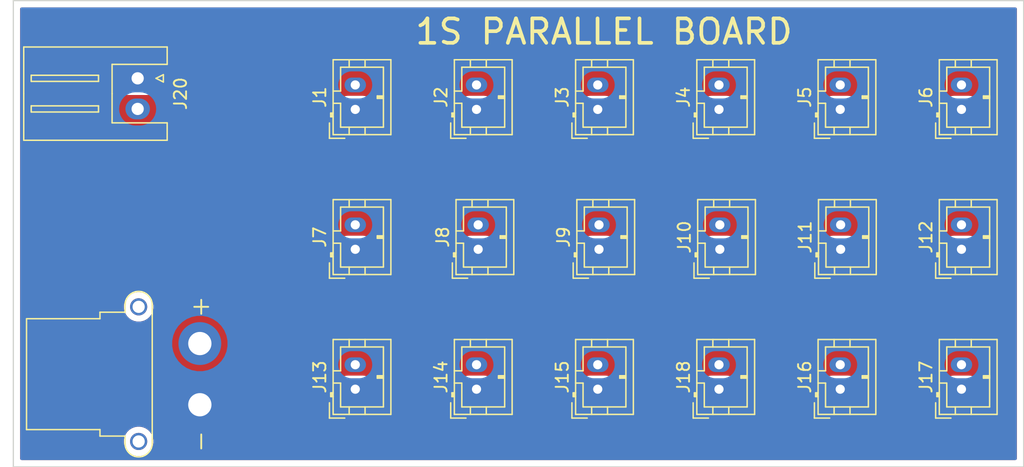
<source format=kicad_pcb>
(kicad_pcb (version 20171130) (host pcbnew "(5.1.9)-1")

  (general
    (thickness 1.6)
    (drawings 5)
    (tracks 0)
    (zones 0)
    (modules 20)
    (nets 3)
  )

  (page A4)
  (layers
    (0 F.Cu signal)
    (31 B.Cu signal)
    (32 B.Adhes user)
    (33 F.Adhes user)
    (34 B.Paste user)
    (35 F.Paste user)
    (36 B.SilkS user)
    (37 F.SilkS user)
    (38 B.Mask user)
    (39 F.Mask user)
    (40 Dwgs.User user)
    (41 Cmts.User user)
    (42 Eco1.User user)
    (43 Eco2.User user)
    (44 Edge.Cuts user)
    (45 Margin user)
    (46 B.CrtYd user)
    (47 F.CrtYd user)
    (48 B.Fab user)
    (49 F.Fab user)
  )

  (setup
    (last_trace_width 0.25)
    (user_trace_width 2.5)
    (trace_clearance 0.2)
    (zone_clearance 0.508)
    (zone_45_only no)
    (trace_min 0.2)
    (via_size 0.8)
    (via_drill 0.4)
    (via_min_size 0.4)
    (via_min_drill 0.3)
    (uvia_size 0.3)
    (uvia_drill 0.1)
    (uvias_allowed no)
    (uvia_min_size 0.2)
    (uvia_min_drill 0.1)
    (edge_width 0.05)
    (segment_width 0.2)
    (pcb_text_width 0.3)
    (pcb_text_size 1.5 1.5)
    (mod_edge_width 0.12)
    (mod_text_size 1 1)
    (mod_text_width 0.15)
    (pad_size 1.524 1.524)
    (pad_drill 0.762)
    (pad_to_mask_clearance 0)
    (aux_axis_origin 0 0)
    (visible_elements 7FFFFFFF)
    (pcbplotparams
      (layerselection 0x010fc_ffffffff)
      (usegerberextensions false)
      (usegerberattributes true)
      (usegerberadvancedattributes true)
      (creategerberjobfile true)
      (excludeedgelayer true)
      (linewidth 0.100000)
      (plotframeref false)
      (viasonmask false)
      (mode 1)
      (useauxorigin false)
      (hpglpennumber 1)
      (hpglpenspeed 20)
      (hpglpendiameter 15.000000)
      (psnegative false)
      (psa4output false)
      (plotreference true)
      (plotvalue true)
      (plotinvisibletext false)
      (padsonsilk false)
      (subtractmaskfromsilk false)
      (outputformat 1)
      (mirror false)
      (drillshape 0)
      (scaleselection 1)
      (outputdirectory "gerber/"))
  )

  (net 0 "")
  (net 1 VCC)
  (net 2 GND)

  (net_class Default "This is the default net class."
    (clearance 0.2)
    (trace_width 0.25)
    (via_dia 0.8)
    (via_drill 0.4)
    (uvia_dia 0.3)
    (uvia_drill 0.1)
    (add_net GND)
    (add_net VCC)
  )

  (module Connector_JST:JST_XH_S2B-XH-A_1x02_P2.50mm_Horizontal (layer F.Cu) (tedit 5C281475) (tstamp 60F50B6F)
    (at 86.36 100.33 270)
    (descr "JST XH series connector, S2B-XH-A (http://www.jst-mfg.com/product/pdf/eng/eXH.pdf), generated with kicad-footprint-generator")
    (tags "connector JST XH horizontal")
    (path /60F67F30)
    (fp_text reference J20 (at 1.25 -3.5 90) (layer F.SilkS)
      (effects (font (size 1 1) (thickness 0.15)))
    )
    (fp_text value Conn_01x02 (at 1.25 10.4 90) (layer F.Fab)
      (effects (font (size 1 1) (thickness 0.15)))
    )
    (fp_text user %R (at 1.25 3.45 90) (layer F.Fab)
      (effects (font (size 1 1) (thickness 0.15)))
    )
    (fp_line (start -2.95 -2.8) (end -2.95 9.7) (layer F.CrtYd) (width 0.05))
    (fp_line (start -2.95 9.7) (end 5.45 9.7) (layer F.CrtYd) (width 0.05))
    (fp_line (start 5.45 9.7) (end 5.45 -2.8) (layer F.CrtYd) (width 0.05))
    (fp_line (start 5.45 -2.8) (end -2.95 -2.8) (layer F.CrtYd) (width 0.05))
    (fp_line (start 1.25 9.31) (end -2.56 9.31) (layer F.SilkS) (width 0.12))
    (fp_line (start -2.56 9.31) (end -2.56 -2.41) (layer F.SilkS) (width 0.12))
    (fp_line (start -2.56 -2.41) (end -1.14 -2.41) (layer F.SilkS) (width 0.12))
    (fp_line (start -1.14 -2.41) (end -1.14 2.09) (layer F.SilkS) (width 0.12))
    (fp_line (start -1.14 2.09) (end 1.25 2.09) (layer F.SilkS) (width 0.12))
    (fp_line (start 1.25 9.31) (end 5.06 9.31) (layer F.SilkS) (width 0.12))
    (fp_line (start 5.06 9.31) (end 5.06 -2.41) (layer F.SilkS) (width 0.12))
    (fp_line (start 5.06 -2.41) (end 3.64 -2.41) (layer F.SilkS) (width 0.12))
    (fp_line (start 3.64 -2.41) (end 3.64 2.09) (layer F.SilkS) (width 0.12))
    (fp_line (start 3.64 2.09) (end 1.25 2.09) (layer F.SilkS) (width 0.12))
    (fp_line (start 1.25 9.2) (end -2.45 9.2) (layer F.Fab) (width 0.1))
    (fp_line (start -2.45 9.2) (end -2.45 -2.3) (layer F.Fab) (width 0.1))
    (fp_line (start -2.45 -2.3) (end -1.25 -2.3) (layer F.Fab) (width 0.1))
    (fp_line (start -1.25 -2.3) (end -1.25 2.2) (layer F.Fab) (width 0.1))
    (fp_line (start -1.25 2.2) (end 1.25 2.2) (layer F.Fab) (width 0.1))
    (fp_line (start 1.25 9.2) (end 4.95 9.2) (layer F.Fab) (width 0.1))
    (fp_line (start 4.95 9.2) (end 4.95 -2.3) (layer F.Fab) (width 0.1))
    (fp_line (start 4.95 -2.3) (end 3.75 -2.3) (layer F.Fab) (width 0.1))
    (fp_line (start 3.75 -2.3) (end 3.75 2.2) (layer F.Fab) (width 0.1))
    (fp_line (start 3.75 2.2) (end 1.25 2.2) (layer F.Fab) (width 0.1))
    (fp_line (start -0.25 3.2) (end -0.25 8.7) (layer F.SilkS) (width 0.12))
    (fp_line (start -0.25 8.7) (end 0.25 8.7) (layer F.SilkS) (width 0.12))
    (fp_line (start 0.25 8.7) (end 0.25 3.2) (layer F.SilkS) (width 0.12))
    (fp_line (start 0.25 3.2) (end -0.25 3.2) (layer F.SilkS) (width 0.12))
    (fp_line (start 2.25 3.2) (end 2.25 8.7) (layer F.SilkS) (width 0.12))
    (fp_line (start 2.25 8.7) (end 2.75 8.7) (layer F.SilkS) (width 0.12))
    (fp_line (start 2.75 8.7) (end 2.75 3.2) (layer F.SilkS) (width 0.12))
    (fp_line (start 2.75 3.2) (end 2.25 3.2) (layer F.SilkS) (width 0.12))
    (fp_line (start 0 -1.5) (end -0.3 -2.1) (layer F.SilkS) (width 0.12))
    (fp_line (start -0.3 -2.1) (end 0.3 -2.1) (layer F.SilkS) (width 0.12))
    (fp_line (start 0.3 -2.1) (end 0 -1.5) (layer F.SilkS) (width 0.12))
    (fp_line (start -0.625 2.2) (end 0 1.2) (layer F.Fab) (width 0.1))
    (fp_line (start 0 1.2) (end 0.625 2.2) (layer F.Fab) (width 0.1))
    (pad 2 thru_hole oval (at 2.5 0 270) (size 1.7 2) (drill 1) (layers *.Cu *.Mask)
      (net 1 VCC))
    (pad 1 thru_hole roundrect (at 0 0 270) (size 1.7 2) (drill 1) (layers *.Cu *.Mask) (roundrect_rratio 0.1470588235294118)
      (net 2 GND))
    (model ${KISYS3DMOD}/Connector_JST.3dshapes/JST_XH_S2B-XH-A_1x02_P2.50mm_Horizontal.wrl
      (at (xyz 0 0 0))
      (scale (xyz 1 1 1))
      (rotate (xyz 0 0 0))
    )
  )

  (module Connector_JST:JST_PH_B2B-PH-K_1x02_P2.00mm_Vertical (layer F.Cu) (tedit 5B7745C2) (tstamp 616AB700)
    (at 133.858 125.73 90)
    (descr "JST PH series connector, B2B-PH-K (http://www.jst-mfg.com/product/pdf/eng/ePH.pdf), generated with kicad-footprint-generator")
    (tags "connector JST PH side entry")
    (path /616BF176)
    (fp_text reference J18 (at 1 -2.9 90) (layer F.SilkS)
      (effects (font (size 1 1) (thickness 0.15)))
    )
    (fp_text value Conn_01x02 (at 1 4 90) (layer F.Fab)
      (effects (font (size 1 1) (thickness 0.15)))
    )
    (fp_text user %R (at 1 1.5 90) (layer F.Fab)
      (effects (font (size 1 1) (thickness 0.15)))
    )
    (fp_line (start -2.06 -1.81) (end -2.06 2.91) (layer F.SilkS) (width 0.12))
    (fp_line (start -2.06 2.91) (end 4.06 2.91) (layer F.SilkS) (width 0.12))
    (fp_line (start 4.06 2.91) (end 4.06 -1.81) (layer F.SilkS) (width 0.12))
    (fp_line (start 4.06 -1.81) (end -2.06 -1.81) (layer F.SilkS) (width 0.12))
    (fp_line (start -0.3 -1.81) (end -0.3 -2.01) (layer F.SilkS) (width 0.12))
    (fp_line (start -0.3 -2.01) (end -0.6 -2.01) (layer F.SilkS) (width 0.12))
    (fp_line (start -0.6 -2.01) (end -0.6 -1.81) (layer F.SilkS) (width 0.12))
    (fp_line (start -0.3 -1.91) (end -0.6 -1.91) (layer F.SilkS) (width 0.12))
    (fp_line (start 0.5 -1.81) (end 0.5 -1.2) (layer F.SilkS) (width 0.12))
    (fp_line (start 0.5 -1.2) (end -1.45 -1.2) (layer F.SilkS) (width 0.12))
    (fp_line (start -1.45 -1.2) (end -1.45 2.3) (layer F.SilkS) (width 0.12))
    (fp_line (start -1.45 2.3) (end 3.45 2.3) (layer F.SilkS) (width 0.12))
    (fp_line (start 3.45 2.3) (end 3.45 -1.2) (layer F.SilkS) (width 0.12))
    (fp_line (start 3.45 -1.2) (end 1.5 -1.2) (layer F.SilkS) (width 0.12))
    (fp_line (start 1.5 -1.2) (end 1.5 -1.81) (layer F.SilkS) (width 0.12))
    (fp_line (start -2.06 -0.5) (end -1.45 -0.5) (layer F.SilkS) (width 0.12))
    (fp_line (start -2.06 0.8) (end -1.45 0.8) (layer F.SilkS) (width 0.12))
    (fp_line (start 4.06 -0.5) (end 3.45 -0.5) (layer F.SilkS) (width 0.12))
    (fp_line (start 4.06 0.8) (end 3.45 0.8) (layer F.SilkS) (width 0.12))
    (fp_line (start 0.9 2.3) (end 0.9 1.8) (layer F.SilkS) (width 0.12))
    (fp_line (start 0.9 1.8) (end 1.1 1.8) (layer F.SilkS) (width 0.12))
    (fp_line (start 1.1 1.8) (end 1.1 2.3) (layer F.SilkS) (width 0.12))
    (fp_line (start 1 2.3) (end 1 1.8) (layer F.SilkS) (width 0.12))
    (fp_line (start -1.11 -2.11) (end -2.36 -2.11) (layer F.SilkS) (width 0.12))
    (fp_line (start -2.36 -2.11) (end -2.36 -0.86) (layer F.SilkS) (width 0.12))
    (fp_line (start -1.11 -2.11) (end -2.36 -2.11) (layer F.Fab) (width 0.1))
    (fp_line (start -2.36 -2.11) (end -2.36 -0.86) (layer F.Fab) (width 0.1))
    (fp_line (start -1.95 -1.7) (end -1.95 2.8) (layer F.Fab) (width 0.1))
    (fp_line (start -1.95 2.8) (end 3.95 2.8) (layer F.Fab) (width 0.1))
    (fp_line (start 3.95 2.8) (end 3.95 -1.7) (layer F.Fab) (width 0.1))
    (fp_line (start 3.95 -1.7) (end -1.95 -1.7) (layer F.Fab) (width 0.1))
    (fp_line (start -2.45 -2.2) (end -2.45 3.3) (layer F.CrtYd) (width 0.05))
    (fp_line (start -2.45 3.3) (end 4.45 3.3) (layer F.CrtYd) (width 0.05))
    (fp_line (start 4.45 3.3) (end 4.45 -2.2) (layer F.CrtYd) (width 0.05))
    (fp_line (start 4.45 -2.2) (end -2.45 -2.2) (layer F.CrtYd) (width 0.05))
    (pad 2 thru_hole oval (at 2 0 90) (size 1.2 1.75) (drill 0.75) (layers *.Cu *.Mask)
      (net 1 VCC))
    (pad 1 thru_hole roundrect (at 0 0 90) (size 1.2 1.75) (drill 0.75) (layers *.Cu *.Mask) (roundrect_rratio 0.2083325)
      (net 2 GND))
    (model ${KISYS3DMOD}/Connector_JST.3dshapes/JST_PH_B2B-PH-K_1x02_P2.00mm_Vertical.wrl
      (at (xyz 0 0 0))
      (scale (xyz 1 1 1))
      (rotate (xyz 0 0 0))
    )
  )

  (module Connector_JST:JST_PH_B2B-PH-K_1x02_P2.00mm_Vertical (layer F.Cu) (tedit 5B7745C2) (tstamp 616AB77B)
    (at 153.67 125.73 90)
    (descr "JST PH series connector, B2B-PH-K (http://www.jst-mfg.com/product/pdf/eng/ePH.pdf), generated with kicad-footprint-generator")
    (tags "connector JST PH side entry")
    (path /616BF16C)
    (fp_text reference J17 (at 1 -2.9 90) (layer F.SilkS)
      (effects (font (size 1 1) (thickness 0.15)))
    )
    (fp_text value Conn_01x02 (at 1 4 90) (layer F.Fab)
      (effects (font (size 1 1) (thickness 0.15)))
    )
    (fp_text user %R (at 1 1.5 90) (layer F.Fab)
      (effects (font (size 1 1) (thickness 0.15)))
    )
    (fp_line (start -2.06 -1.81) (end -2.06 2.91) (layer F.SilkS) (width 0.12))
    (fp_line (start -2.06 2.91) (end 4.06 2.91) (layer F.SilkS) (width 0.12))
    (fp_line (start 4.06 2.91) (end 4.06 -1.81) (layer F.SilkS) (width 0.12))
    (fp_line (start 4.06 -1.81) (end -2.06 -1.81) (layer F.SilkS) (width 0.12))
    (fp_line (start -0.3 -1.81) (end -0.3 -2.01) (layer F.SilkS) (width 0.12))
    (fp_line (start -0.3 -2.01) (end -0.6 -2.01) (layer F.SilkS) (width 0.12))
    (fp_line (start -0.6 -2.01) (end -0.6 -1.81) (layer F.SilkS) (width 0.12))
    (fp_line (start -0.3 -1.91) (end -0.6 -1.91) (layer F.SilkS) (width 0.12))
    (fp_line (start 0.5 -1.81) (end 0.5 -1.2) (layer F.SilkS) (width 0.12))
    (fp_line (start 0.5 -1.2) (end -1.45 -1.2) (layer F.SilkS) (width 0.12))
    (fp_line (start -1.45 -1.2) (end -1.45 2.3) (layer F.SilkS) (width 0.12))
    (fp_line (start -1.45 2.3) (end 3.45 2.3) (layer F.SilkS) (width 0.12))
    (fp_line (start 3.45 2.3) (end 3.45 -1.2) (layer F.SilkS) (width 0.12))
    (fp_line (start 3.45 -1.2) (end 1.5 -1.2) (layer F.SilkS) (width 0.12))
    (fp_line (start 1.5 -1.2) (end 1.5 -1.81) (layer F.SilkS) (width 0.12))
    (fp_line (start -2.06 -0.5) (end -1.45 -0.5) (layer F.SilkS) (width 0.12))
    (fp_line (start -2.06 0.8) (end -1.45 0.8) (layer F.SilkS) (width 0.12))
    (fp_line (start 4.06 -0.5) (end 3.45 -0.5) (layer F.SilkS) (width 0.12))
    (fp_line (start 4.06 0.8) (end 3.45 0.8) (layer F.SilkS) (width 0.12))
    (fp_line (start 0.9 2.3) (end 0.9 1.8) (layer F.SilkS) (width 0.12))
    (fp_line (start 0.9 1.8) (end 1.1 1.8) (layer F.SilkS) (width 0.12))
    (fp_line (start 1.1 1.8) (end 1.1 2.3) (layer F.SilkS) (width 0.12))
    (fp_line (start 1 2.3) (end 1 1.8) (layer F.SilkS) (width 0.12))
    (fp_line (start -1.11 -2.11) (end -2.36 -2.11) (layer F.SilkS) (width 0.12))
    (fp_line (start -2.36 -2.11) (end -2.36 -0.86) (layer F.SilkS) (width 0.12))
    (fp_line (start -1.11 -2.11) (end -2.36 -2.11) (layer F.Fab) (width 0.1))
    (fp_line (start -2.36 -2.11) (end -2.36 -0.86) (layer F.Fab) (width 0.1))
    (fp_line (start -1.95 -1.7) (end -1.95 2.8) (layer F.Fab) (width 0.1))
    (fp_line (start -1.95 2.8) (end 3.95 2.8) (layer F.Fab) (width 0.1))
    (fp_line (start 3.95 2.8) (end 3.95 -1.7) (layer F.Fab) (width 0.1))
    (fp_line (start 3.95 -1.7) (end -1.95 -1.7) (layer F.Fab) (width 0.1))
    (fp_line (start -2.45 -2.2) (end -2.45 3.3) (layer F.CrtYd) (width 0.05))
    (fp_line (start -2.45 3.3) (end 4.45 3.3) (layer F.CrtYd) (width 0.05))
    (fp_line (start 4.45 3.3) (end 4.45 -2.2) (layer F.CrtYd) (width 0.05))
    (fp_line (start 4.45 -2.2) (end -2.45 -2.2) (layer F.CrtYd) (width 0.05))
    (pad 2 thru_hole oval (at 2 0 90) (size 1.2 1.75) (drill 0.75) (layers *.Cu *.Mask)
      (net 1 VCC))
    (pad 1 thru_hole roundrect (at 0 0 90) (size 1.2 1.75) (drill 0.75) (layers *.Cu *.Mask) (roundrect_rratio 0.2083325)
      (net 2 GND))
    (model ${KISYS3DMOD}/Connector_JST.3dshapes/JST_PH_B2B-PH-K_1x02_P2.00mm_Vertical.wrl
      (at (xyz 0 0 0))
      (scale (xyz 1 1 1))
      (rotate (xyz 0 0 0))
    )
  )

  (module Connector_JST:JST_PH_B2B-PH-K_1x02_P2.00mm_Vertical (layer F.Cu) (tedit 5B7745C2) (tstamp 616AB7F6)
    (at 143.764 125.73 90)
    (descr "JST PH series connector, B2B-PH-K (http://www.jst-mfg.com/product/pdf/eng/ePH.pdf), generated with kicad-footprint-generator")
    (tags "connector JST PH side entry")
    (path /616BF15C)
    (fp_text reference J16 (at 1 -2.9 90) (layer F.SilkS)
      (effects (font (size 1 1) (thickness 0.15)))
    )
    (fp_text value Conn_01x02 (at 1 4 90) (layer F.Fab)
      (effects (font (size 1 1) (thickness 0.15)))
    )
    (fp_text user %R (at 1 1.5 90) (layer F.Fab)
      (effects (font (size 1 1) (thickness 0.15)))
    )
    (fp_line (start -2.06 -1.81) (end -2.06 2.91) (layer F.SilkS) (width 0.12))
    (fp_line (start -2.06 2.91) (end 4.06 2.91) (layer F.SilkS) (width 0.12))
    (fp_line (start 4.06 2.91) (end 4.06 -1.81) (layer F.SilkS) (width 0.12))
    (fp_line (start 4.06 -1.81) (end -2.06 -1.81) (layer F.SilkS) (width 0.12))
    (fp_line (start -0.3 -1.81) (end -0.3 -2.01) (layer F.SilkS) (width 0.12))
    (fp_line (start -0.3 -2.01) (end -0.6 -2.01) (layer F.SilkS) (width 0.12))
    (fp_line (start -0.6 -2.01) (end -0.6 -1.81) (layer F.SilkS) (width 0.12))
    (fp_line (start -0.3 -1.91) (end -0.6 -1.91) (layer F.SilkS) (width 0.12))
    (fp_line (start 0.5 -1.81) (end 0.5 -1.2) (layer F.SilkS) (width 0.12))
    (fp_line (start 0.5 -1.2) (end -1.45 -1.2) (layer F.SilkS) (width 0.12))
    (fp_line (start -1.45 -1.2) (end -1.45 2.3) (layer F.SilkS) (width 0.12))
    (fp_line (start -1.45 2.3) (end 3.45 2.3) (layer F.SilkS) (width 0.12))
    (fp_line (start 3.45 2.3) (end 3.45 -1.2) (layer F.SilkS) (width 0.12))
    (fp_line (start 3.45 -1.2) (end 1.5 -1.2) (layer F.SilkS) (width 0.12))
    (fp_line (start 1.5 -1.2) (end 1.5 -1.81) (layer F.SilkS) (width 0.12))
    (fp_line (start -2.06 -0.5) (end -1.45 -0.5) (layer F.SilkS) (width 0.12))
    (fp_line (start -2.06 0.8) (end -1.45 0.8) (layer F.SilkS) (width 0.12))
    (fp_line (start 4.06 -0.5) (end 3.45 -0.5) (layer F.SilkS) (width 0.12))
    (fp_line (start 4.06 0.8) (end 3.45 0.8) (layer F.SilkS) (width 0.12))
    (fp_line (start 0.9 2.3) (end 0.9 1.8) (layer F.SilkS) (width 0.12))
    (fp_line (start 0.9 1.8) (end 1.1 1.8) (layer F.SilkS) (width 0.12))
    (fp_line (start 1.1 1.8) (end 1.1 2.3) (layer F.SilkS) (width 0.12))
    (fp_line (start 1 2.3) (end 1 1.8) (layer F.SilkS) (width 0.12))
    (fp_line (start -1.11 -2.11) (end -2.36 -2.11) (layer F.SilkS) (width 0.12))
    (fp_line (start -2.36 -2.11) (end -2.36 -0.86) (layer F.SilkS) (width 0.12))
    (fp_line (start -1.11 -2.11) (end -2.36 -2.11) (layer F.Fab) (width 0.1))
    (fp_line (start -2.36 -2.11) (end -2.36 -0.86) (layer F.Fab) (width 0.1))
    (fp_line (start -1.95 -1.7) (end -1.95 2.8) (layer F.Fab) (width 0.1))
    (fp_line (start -1.95 2.8) (end 3.95 2.8) (layer F.Fab) (width 0.1))
    (fp_line (start 3.95 2.8) (end 3.95 -1.7) (layer F.Fab) (width 0.1))
    (fp_line (start 3.95 -1.7) (end -1.95 -1.7) (layer F.Fab) (width 0.1))
    (fp_line (start -2.45 -2.2) (end -2.45 3.3) (layer F.CrtYd) (width 0.05))
    (fp_line (start -2.45 3.3) (end 4.45 3.3) (layer F.CrtYd) (width 0.05))
    (fp_line (start 4.45 3.3) (end 4.45 -2.2) (layer F.CrtYd) (width 0.05))
    (fp_line (start 4.45 -2.2) (end -2.45 -2.2) (layer F.CrtYd) (width 0.05))
    (pad 2 thru_hole oval (at 2 0 90) (size 1.2 1.75) (drill 0.75) (layers *.Cu *.Mask)
      (net 1 VCC))
    (pad 1 thru_hole roundrect (at 0 0 90) (size 1.2 1.75) (drill 0.75) (layers *.Cu *.Mask) (roundrect_rratio 0.2083325)
      (net 2 GND))
    (model ${KISYS3DMOD}/Connector_JST.3dshapes/JST_PH_B2B-PH-K_1x02_P2.00mm_Vertical.wrl
      (at (xyz 0 0 0))
      (scale (xyz 1 1 1))
      (rotate (xyz 0 0 0))
    )
  )

  (module Connector_JST:JST_PH_B2B-PH-K_1x02_P2.00mm_Vertical (layer F.Cu) (tedit 5B7745C2) (tstamp 616ABB53)
    (at 123.952 125.73 90)
    (descr "JST PH series connector, B2B-PH-K (http://www.jst-mfg.com/product/pdf/eng/ePH.pdf), generated with kicad-footprint-generator")
    (tags "connector JST PH side entry")
    (path /616BF152)
    (fp_text reference J15 (at 1 -2.9 90) (layer F.SilkS)
      (effects (font (size 1 1) (thickness 0.15)))
    )
    (fp_text value Conn_01x02 (at 1 4 90) (layer F.Fab)
      (effects (font (size 1 1) (thickness 0.15)))
    )
    (fp_text user %R (at 1 1.5 90) (layer F.Fab)
      (effects (font (size 1 1) (thickness 0.15)))
    )
    (fp_line (start -2.06 -1.81) (end -2.06 2.91) (layer F.SilkS) (width 0.12))
    (fp_line (start -2.06 2.91) (end 4.06 2.91) (layer F.SilkS) (width 0.12))
    (fp_line (start 4.06 2.91) (end 4.06 -1.81) (layer F.SilkS) (width 0.12))
    (fp_line (start 4.06 -1.81) (end -2.06 -1.81) (layer F.SilkS) (width 0.12))
    (fp_line (start -0.3 -1.81) (end -0.3 -2.01) (layer F.SilkS) (width 0.12))
    (fp_line (start -0.3 -2.01) (end -0.6 -2.01) (layer F.SilkS) (width 0.12))
    (fp_line (start -0.6 -2.01) (end -0.6 -1.81) (layer F.SilkS) (width 0.12))
    (fp_line (start -0.3 -1.91) (end -0.6 -1.91) (layer F.SilkS) (width 0.12))
    (fp_line (start 0.5 -1.81) (end 0.5 -1.2) (layer F.SilkS) (width 0.12))
    (fp_line (start 0.5 -1.2) (end -1.45 -1.2) (layer F.SilkS) (width 0.12))
    (fp_line (start -1.45 -1.2) (end -1.45 2.3) (layer F.SilkS) (width 0.12))
    (fp_line (start -1.45 2.3) (end 3.45 2.3) (layer F.SilkS) (width 0.12))
    (fp_line (start 3.45 2.3) (end 3.45 -1.2) (layer F.SilkS) (width 0.12))
    (fp_line (start 3.45 -1.2) (end 1.5 -1.2) (layer F.SilkS) (width 0.12))
    (fp_line (start 1.5 -1.2) (end 1.5 -1.81) (layer F.SilkS) (width 0.12))
    (fp_line (start -2.06 -0.5) (end -1.45 -0.5) (layer F.SilkS) (width 0.12))
    (fp_line (start -2.06 0.8) (end -1.45 0.8) (layer F.SilkS) (width 0.12))
    (fp_line (start 4.06 -0.5) (end 3.45 -0.5) (layer F.SilkS) (width 0.12))
    (fp_line (start 4.06 0.8) (end 3.45 0.8) (layer F.SilkS) (width 0.12))
    (fp_line (start 0.9 2.3) (end 0.9 1.8) (layer F.SilkS) (width 0.12))
    (fp_line (start 0.9 1.8) (end 1.1 1.8) (layer F.SilkS) (width 0.12))
    (fp_line (start 1.1 1.8) (end 1.1 2.3) (layer F.SilkS) (width 0.12))
    (fp_line (start 1 2.3) (end 1 1.8) (layer F.SilkS) (width 0.12))
    (fp_line (start -1.11 -2.11) (end -2.36 -2.11) (layer F.SilkS) (width 0.12))
    (fp_line (start -2.36 -2.11) (end -2.36 -0.86) (layer F.SilkS) (width 0.12))
    (fp_line (start -1.11 -2.11) (end -2.36 -2.11) (layer F.Fab) (width 0.1))
    (fp_line (start -2.36 -2.11) (end -2.36 -0.86) (layer F.Fab) (width 0.1))
    (fp_line (start -1.95 -1.7) (end -1.95 2.8) (layer F.Fab) (width 0.1))
    (fp_line (start -1.95 2.8) (end 3.95 2.8) (layer F.Fab) (width 0.1))
    (fp_line (start 3.95 2.8) (end 3.95 -1.7) (layer F.Fab) (width 0.1))
    (fp_line (start 3.95 -1.7) (end -1.95 -1.7) (layer F.Fab) (width 0.1))
    (fp_line (start -2.45 -2.2) (end -2.45 3.3) (layer F.CrtYd) (width 0.05))
    (fp_line (start -2.45 3.3) (end 4.45 3.3) (layer F.CrtYd) (width 0.05))
    (fp_line (start 4.45 3.3) (end 4.45 -2.2) (layer F.CrtYd) (width 0.05))
    (fp_line (start 4.45 -2.2) (end -2.45 -2.2) (layer F.CrtYd) (width 0.05))
    (pad 2 thru_hole oval (at 2 0 90) (size 1.2 1.75) (drill 0.75) (layers *.Cu *.Mask)
      (net 1 VCC))
    (pad 1 thru_hole roundrect (at 0 0 90) (size 1.2 1.75) (drill 0.75) (layers *.Cu *.Mask) (roundrect_rratio 0.2083325)
      (net 2 GND))
    (model ${KISYS3DMOD}/Connector_JST.3dshapes/JST_PH_B2B-PH-K_1x02_P2.00mm_Vertical.wrl
      (at (xyz 0 0 0))
      (scale (xyz 1 1 1))
      (rotate (xyz 0 0 0))
    )
  )

  (module Connector_JST:JST_PH_B2B-PH-K_1x02_P2.00mm_Vertical (layer F.Cu) (tedit 5B7745C2) (tstamp 616AB871)
    (at 114.046 125.73 90)
    (descr "JST PH series connector, B2B-PH-K (http://www.jst-mfg.com/product/pdf/eng/ePH.pdf), generated with kicad-footprint-generator")
    (tags "connector JST PH side entry")
    (path /616BF142)
    (fp_text reference J14 (at 1 -2.9 90) (layer F.SilkS)
      (effects (font (size 1 1) (thickness 0.15)))
    )
    (fp_text value Conn_01x02 (at 1 4 90) (layer F.Fab)
      (effects (font (size 1 1) (thickness 0.15)))
    )
    (fp_text user %R (at 1 1.5 90) (layer F.Fab)
      (effects (font (size 1 1) (thickness 0.15)))
    )
    (fp_line (start -2.06 -1.81) (end -2.06 2.91) (layer F.SilkS) (width 0.12))
    (fp_line (start -2.06 2.91) (end 4.06 2.91) (layer F.SilkS) (width 0.12))
    (fp_line (start 4.06 2.91) (end 4.06 -1.81) (layer F.SilkS) (width 0.12))
    (fp_line (start 4.06 -1.81) (end -2.06 -1.81) (layer F.SilkS) (width 0.12))
    (fp_line (start -0.3 -1.81) (end -0.3 -2.01) (layer F.SilkS) (width 0.12))
    (fp_line (start -0.3 -2.01) (end -0.6 -2.01) (layer F.SilkS) (width 0.12))
    (fp_line (start -0.6 -2.01) (end -0.6 -1.81) (layer F.SilkS) (width 0.12))
    (fp_line (start -0.3 -1.91) (end -0.6 -1.91) (layer F.SilkS) (width 0.12))
    (fp_line (start 0.5 -1.81) (end 0.5 -1.2) (layer F.SilkS) (width 0.12))
    (fp_line (start 0.5 -1.2) (end -1.45 -1.2) (layer F.SilkS) (width 0.12))
    (fp_line (start -1.45 -1.2) (end -1.45 2.3) (layer F.SilkS) (width 0.12))
    (fp_line (start -1.45 2.3) (end 3.45 2.3) (layer F.SilkS) (width 0.12))
    (fp_line (start 3.45 2.3) (end 3.45 -1.2) (layer F.SilkS) (width 0.12))
    (fp_line (start 3.45 -1.2) (end 1.5 -1.2) (layer F.SilkS) (width 0.12))
    (fp_line (start 1.5 -1.2) (end 1.5 -1.81) (layer F.SilkS) (width 0.12))
    (fp_line (start -2.06 -0.5) (end -1.45 -0.5) (layer F.SilkS) (width 0.12))
    (fp_line (start -2.06 0.8) (end -1.45 0.8) (layer F.SilkS) (width 0.12))
    (fp_line (start 4.06 -0.5) (end 3.45 -0.5) (layer F.SilkS) (width 0.12))
    (fp_line (start 4.06 0.8) (end 3.45 0.8) (layer F.SilkS) (width 0.12))
    (fp_line (start 0.9 2.3) (end 0.9 1.8) (layer F.SilkS) (width 0.12))
    (fp_line (start 0.9 1.8) (end 1.1 1.8) (layer F.SilkS) (width 0.12))
    (fp_line (start 1.1 1.8) (end 1.1 2.3) (layer F.SilkS) (width 0.12))
    (fp_line (start 1 2.3) (end 1 1.8) (layer F.SilkS) (width 0.12))
    (fp_line (start -1.11 -2.11) (end -2.36 -2.11) (layer F.SilkS) (width 0.12))
    (fp_line (start -2.36 -2.11) (end -2.36 -0.86) (layer F.SilkS) (width 0.12))
    (fp_line (start -1.11 -2.11) (end -2.36 -2.11) (layer F.Fab) (width 0.1))
    (fp_line (start -2.36 -2.11) (end -2.36 -0.86) (layer F.Fab) (width 0.1))
    (fp_line (start -1.95 -1.7) (end -1.95 2.8) (layer F.Fab) (width 0.1))
    (fp_line (start -1.95 2.8) (end 3.95 2.8) (layer F.Fab) (width 0.1))
    (fp_line (start 3.95 2.8) (end 3.95 -1.7) (layer F.Fab) (width 0.1))
    (fp_line (start 3.95 -1.7) (end -1.95 -1.7) (layer F.Fab) (width 0.1))
    (fp_line (start -2.45 -2.2) (end -2.45 3.3) (layer F.CrtYd) (width 0.05))
    (fp_line (start -2.45 3.3) (end 4.45 3.3) (layer F.CrtYd) (width 0.05))
    (fp_line (start 4.45 3.3) (end 4.45 -2.2) (layer F.CrtYd) (width 0.05))
    (fp_line (start 4.45 -2.2) (end -2.45 -2.2) (layer F.CrtYd) (width 0.05))
    (pad 2 thru_hole oval (at 2 0 90) (size 1.2 1.75) (drill 0.75) (layers *.Cu *.Mask)
      (net 1 VCC))
    (pad 1 thru_hole roundrect (at 0 0 90) (size 1.2 1.75) (drill 0.75) (layers *.Cu *.Mask) (roundrect_rratio 0.2083325)
      (net 2 GND))
    (model ${KISYS3DMOD}/Connector_JST.3dshapes/JST_PH_B2B-PH-K_1x02_P2.00mm_Vertical.wrl
      (at (xyz 0 0 0))
      (scale (xyz 1 1 1))
      (rotate (xyz 0 0 0))
    )
  )

  (module Connector_JST:JST_PH_B2B-PH-K_1x02_P2.00mm_Vertical (layer F.Cu) (tedit 5B7745C2) (tstamp 616AB8EC)
    (at 104.14 125.73 90)
    (descr "JST PH series connector, B2B-PH-K (http://www.jst-mfg.com/product/pdf/eng/ePH.pdf), generated with kicad-footprint-generator")
    (tags "connector JST PH side entry")
    (path /616BEFDC)
    (fp_text reference J13 (at 1 -2.9 90) (layer F.SilkS)
      (effects (font (size 1 1) (thickness 0.15)))
    )
    (fp_text value Conn_01x02 (at 1 4 90) (layer F.Fab)
      (effects (font (size 1 1) (thickness 0.15)))
    )
    (fp_text user %R (at 1 1.5 90) (layer F.Fab)
      (effects (font (size 1 1) (thickness 0.15)))
    )
    (fp_line (start -2.06 -1.81) (end -2.06 2.91) (layer F.SilkS) (width 0.12))
    (fp_line (start -2.06 2.91) (end 4.06 2.91) (layer F.SilkS) (width 0.12))
    (fp_line (start 4.06 2.91) (end 4.06 -1.81) (layer F.SilkS) (width 0.12))
    (fp_line (start 4.06 -1.81) (end -2.06 -1.81) (layer F.SilkS) (width 0.12))
    (fp_line (start -0.3 -1.81) (end -0.3 -2.01) (layer F.SilkS) (width 0.12))
    (fp_line (start -0.3 -2.01) (end -0.6 -2.01) (layer F.SilkS) (width 0.12))
    (fp_line (start -0.6 -2.01) (end -0.6 -1.81) (layer F.SilkS) (width 0.12))
    (fp_line (start -0.3 -1.91) (end -0.6 -1.91) (layer F.SilkS) (width 0.12))
    (fp_line (start 0.5 -1.81) (end 0.5 -1.2) (layer F.SilkS) (width 0.12))
    (fp_line (start 0.5 -1.2) (end -1.45 -1.2) (layer F.SilkS) (width 0.12))
    (fp_line (start -1.45 -1.2) (end -1.45 2.3) (layer F.SilkS) (width 0.12))
    (fp_line (start -1.45 2.3) (end 3.45 2.3) (layer F.SilkS) (width 0.12))
    (fp_line (start 3.45 2.3) (end 3.45 -1.2) (layer F.SilkS) (width 0.12))
    (fp_line (start 3.45 -1.2) (end 1.5 -1.2) (layer F.SilkS) (width 0.12))
    (fp_line (start 1.5 -1.2) (end 1.5 -1.81) (layer F.SilkS) (width 0.12))
    (fp_line (start -2.06 -0.5) (end -1.45 -0.5) (layer F.SilkS) (width 0.12))
    (fp_line (start -2.06 0.8) (end -1.45 0.8) (layer F.SilkS) (width 0.12))
    (fp_line (start 4.06 -0.5) (end 3.45 -0.5) (layer F.SilkS) (width 0.12))
    (fp_line (start 4.06 0.8) (end 3.45 0.8) (layer F.SilkS) (width 0.12))
    (fp_line (start 0.9 2.3) (end 0.9 1.8) (layer F.SilkS) (width 0.12))
    (fp_line (start 0.9 1.8) (end 1.1 1.8) (layer F.SilkS) (width 0.12))
    (fp_line (start 1.1 1.8) (end 1.1 2.3) (layer F.SilkS) (width 0.12))
    (fp_line (start 1 2.3) (end 1 1.8) (layer F.SilkS) (width 0.12))
    (fp_line (start -1.11 -2.11) (end -2.36 -2.11) (layer F.SilkS) (width 0.12))
    (fp_line (start -2.36 -2.11) (end -2.36 -0.86) (layer F.SilkS) (width 0.12))
    (fp_line (start -1.11 -2.11) (end -2.36 -2.11) (layer F.Fab) (width 0.1))
    (fp_line (start -2.36 -2.11) (end -2.36 -0.86) (layer F.Fab) (width 0.1))
    (fp_line (start -1.95 -1.7) (end -1.95 2.8) (layer F.Fab) (width 0.1))
    (fp_line (start -1.95 2.8) (end 3.95 2.8) (layer F.Fab) (width 0.1))
    (fp_line (start 3.95 2.8) (end 3.95 -1.7) (layer F.Fab) (width 0.1))
    (fp_line (start 3.95 -1.7) (end -1.95 -1.7) (layer F.Fab) (width 0.1))
    (fp_line (start -2.45 -2.2) (end -2.45 3.3) (layer F.CrtYd) (width 0.05))
    (fp_line (start -2.45 3.3) (end 4.45 3.3) (layer F.CrtYd) (width 0.05))
    (fp_line (start 4.45 3.3) (end 4.45 -2.2) (layer F.CrtYd) (width 0.05))
    (fp_line (start 4.45 -2.2) (end -2.45 -2.2) (layer F.CrtYd) (width 0.05))
    (pad 2 thru_hole oval (at 2 0 90) (size 1.2 1.75) (drill 0.75) (layers *.Cu *.Mask)
      (net 1 VCC))
    (pad 1 thru_hole roundrect (at 0 0 90) (size 1.2 1.75) (drill 0.75) (layers *.Cu *.Mask) (roundrect_rratio 0.2083325)
      (net 2 GND))
    (model ${KISYS3DMOD}/Connector_JST.3dshapes/JST_PH_B2B-PH-K_1x02_P2.00mm_Vertical.wrl
      (at (xyz 0 0 0))
      (scale (xyz 1 1 1))
      (rotate (xyz 0 0 0))
    )
  )

  (module Connector_JST:JST_PH_B2B-PH-K_1x02_P2.00mm_Vertical (layer F.Cu) (tedit 5B7745C2) (tstamp 616ABA5D)
    (at 153.67 114.3 90)
    (descr "JST PH series connector, B2B-PH-K (http://www.jst-mfg.com/product/pdf/eng/ePH.pdf), generated with kicad-footprint-generator")
    (tags "connector JST PH side entry")
    (path /616BB522)
    (fp_text reference J12 (at 1 -2.9 90) (layer F.SilkS)
      (effects (font (size 1 1) (thickness 0.15)))
    )
    (fp_text value Conn_01x02 (at 1 4 90) (layer F.Fab)
      (effects (font (size 1 1) (thickness 0.15)))
    )
    (fp_text user %R (at 1 1.5 90) (layer F.Fab)
      (effects (font (size 1 1) (thickness 0.15)))
    )
    (fp_line (start -2.06 -1.81) (end -2.06 2.91) (layer F.SilkS) (width 0.12))
    (fp_line (start -2.06 2.91) (end 4.06 2.91) (layer F.SilkS) (width 0.12))
    (fp_line (start 4.06 2.91) (end 4.06 -1.81) (layer F.SilkS) (width 0.12))
    (fp_line (start 4.06 -1.81) (end -2.06 -1.81) (layer F.SilkS) (width 0.12))
    (fp_line (start -0.3 -1.81) (end -0.3 -2.01) (layer F.SilkS) (width 0.12))
    (fp_line (start -0.3 -2.01) (end -0.6 -2.01) (layer F.SilkS) (width 0.12))
    (fp_line (start -0.6 -2.01) (end -0.6 -1.81) (layer F.SilkS) (width 0.12))
    (fp_line (start -0.3 -1.91) (end -0.6 -1.91) (layer F.SilkS) (width 0.12))
    (fp_line (start 0.5 -1.81) (end 0.5 -1.2) (layer F.SilkS) (width 0.12))
    (fp_line (start 0.5 -1.2) (end -1.45 -1.2) (layer F.SilkS) (width 0.12))
    (fp_line (start -1.45 -1.2) (end -1.45 2.3) (layer F.SilkS) (width 0.12))
    (fp_line (start -1.45 2.3) (end 3.45 2.3) (layer F.SilkS) (width 0.12))
    (fp_line (start 3.45 2.3) (end 3.45 -1.2) (layer F.SilkS) (width 0.12))
    (fp_line (start 3.45 -1.2) (end 1.5 -1.2) (layer F.SilkS) (width 0.12))
    (fp_line (start 1.5 -1.2) (end 1.5 -1.81) (layer F.SilkS) (width 0.12))
    (fp_line (start -2.06 -0.5) (end -1.45 -0.5) (layer F.SilkS) (width 0.12))
    (fp_line (start -2.06 0.8) (end -1.45 0.8) (layer F.SilkS) (width 0.12))
    (fp_line (start 4.06 -0.5) (end 3.45 -0.5) (layer F.SilkS) (width 0.12))
    (fp_line (start 4.06 0.8) (end 3.45 0.8) (layer F.SilkS) (width 0.12))
    (fp_line (start 0.9 2.3) (end 0.9 1.8) (layer F.SilkS) (width 0.12))
    (fp_line (start 0.9 1.8) (end 1.1 1.8) (layer F.SilkS) (width 0.12))
    (fp_line (start 1.1 1.8) (end 1.1 2.3) (layer F.SilkS) (width 0.12))
    (fp_line (start 1 2.3) (end 1 1.8) (layer F.SilkS) (width 0.12))
    (fp_line (start -1.11 -2.11) (end -2.36 -2.11) (layer F.SilkS) (width 0.12))
    (fp_line (start -2.36 -2.11) (end -2.36 -0.86) (layer F.SilkS) (width 0.12))
    (fp_line (start -1.11 -2.11) (end -2.36 -2.11) (layer F.Fab) (width 0.1))
    (fp_line (start -2.36 -2.11) (end -2.36 -0.86) (layer F.Fab) (width 0.1))
    (fp_line (start -1.95 -1.7) (end -1.95 2.8) (layer F.Fab) (width 0.1))
    (fp_line (start -1.95 2.8) (end 3.95 2.8) (layer F.Fab) (width 0.1))
    (fp_line (start 3.95 2.8) (end 3.95 -1.7) (layer F.Fab) (width 0.1))
    (fp_line (start 3.95 -1.7) (end -1.95 -1.7) (layer F.Fab) (width 0.1))
    (fp_line (start -2.45 -2.2) (end -2.45 3.3) (layer F.CrtYd) (width 0.05))
    (fp_line (start -2.45 3.3) (end 4.45 3.3) (layer F.CrtYd) (width 0.05))
    (fp_line (start 4.45 3.3) (end 4.45 -2.2) (layer F.CrtYd) (width 0.05))
    (fp_line (start 4.45 -2.2) (end -2.45 -2.2) (layer F.CrtYd) (width 0.05))
    (pad 2 thru_hole oval (at 2 0 90) (size 1.2 1.75) (drill 0.75) (layers *.Cu *.Mask)
      (net 1 VCC))
    (pad 1 thru_hole roundrect (at 0 0 90) (size 1.2 1.75) (drill 0.75) (layers *.Cu *.Mask) (roundrect_rratio 0.2083325)
      (net 2 GND))
    (model ${KISYS3DMOD}/Connector_JST.3dshapes/JST_PH_B2B-PH-K_1x02_P2.00mm_Vertical.wrl
      (at (xyz 0 0 0))
      (scale (xyz 1 1 1))
      (rotate (xyz 0 0 0))
    )
  )

  (module Connector_JST:JST_PH_B2B-PH-K_1x02_P2.00mm_Vertical (layer F.Cu) (tedit 5B7745C2) (tstamp 616AB967)
    (at 143.798 114.3 90)
    (descr "JST PH series connector, B2B-PH-K (http://www.jst-mfg.com/product/pdf/eng/ePH.pdf), generated with kicad-footprint-generator")
    (tags "connector JST PH side entry")
    (path /616BB3E4)
    (fp_text reference J11 (at 1 -2.9 90) (layer F.SilkS)
      (effects (font (size 1 1) (thickness 0.15)))
    )
    (fp_text value Conn_01x02 (at 1 4 90) (layer F.Fab)
      (effects (font (size 1 1) (thickness 0.15)))
    )
    (fp_text user %R (at 1 1.5 90) (layer F.Fab)
      (effects (font (size 1 1) (thickness 0.15)))
    )
    (fp_line (start -2.06 -1.81) (end -2.06 2.91) (layer F.SilkS) (width 0.12))
    (fp_line (start -2.06 2.91) (end 4.06 2.91) (layer F.SilkS) (width 0.12))
    (fp_line (start 4.06 2.91) (end 4.06 -1.81) (layer F.SilkS) (width 0.12))
    (fp_line (start 4.06 -1.81) (end -2.06 -1.81) (layer F.SilkS) (width 0.12))
    (fp_line (start -0.3 -1.81) (end -0.3 -2.01) (layer F.SilkS) (width 0.12))
    (fp_line (start -0.3 -2.01) (end -0.6 -2.01) (layer F.SilkS) (width 0.12))
    (fp_line (start -0.6 -2.01) (end -0.6 -1.81) (layer F.SilkS) (width 0.12))
    (fp_line (start -0.3 -1.91) (end -0.6 -1.91) (layer F.SilkS) (width 0.12))
    (fp_line (start 0.5 -1.81) (end 0.5 -1.2) (layer F.SilkS) (width 0.12))
    (fp_line (start 0.5 -1.2) (end -1.45 -1.2) (layer F.SilkS) (width 0.12))
    (fp_line (start -1.45 -1.2) (end -1.45 2.3) (layer F.SilkS) (width 0.12))
    (fp_line (start -1.45 2.3) (end 3.45 2.3) (layer F.SilkS) (width 0.12))
    (fp_line (start 3.45 2.3) (end 3.45 -1.2) (layer F.SilkS) (width 0.12))
    (fp_line (start 3.45 -1.2) (end 1.5 -1.2) (layer F.SilkS) (width 0.12))
    (fp_line (start 1.5 -1.2) (end 1.5 -1.81) (layer F.SilkS) (width 0.12))
    (fp_line (start -2.06 -0.5) (end -1.45 -0.5) (layer F.SilkS) (width 0.12))
    (fp_line (start -2.06 0.8) (end -1.45 0.8) (layer F.SilkS) (width 0.12))
    (fp_line (start 4.06 -0.5) (end 3.45 -0.5) (layer F.SilkS) (width 0.12))
    (fp_line (start 4.06 0.8) (end 3.45 0.8) (layer F.SilkS) (width 0.12))
    (fp_line (start 0.9 2.3) (end 0.9 1.8) (layer F.SilkS) (width 0.12))
    (fp_line (start 0.9 1.8) (end 1.1 1.8) (layer F.SilkS) (width 0.12))
    (fp_line (start 1.1 1.8) (end 1.1 2.3) (layer F.SilkS) (width 0.12))
    (fp_line (start 1 2.3) (end 1 1.8) (layer F.SilkS) (width 0.12))
    (fp_line (start -1.11 -2.11) (end -2.36 -2.11) (layer F.SilkS) (width 0.12))
    (fp_line (start -2.36 -2.11) (end -2.36 -0.86) (layer F.SilkS) (width 0.12))
    (fp_line (start -1.11 -2.11) (end -2.36 -2.11) (layer F.Fab) (width 0.1))
    (fp_line (start -2.36 -2.11) (end -2.36 -0.86) (layer F.Fab) (width 0.1))
    (fp_line (start -1.95 -1.7) (end -1.95 2.8) (layer F.Fab) (width 0.1))
    (fp_line (start -1.95 2.8) (end 3.95 2.8) (layer F.Fab) (width 0.1))
    (fp_line (start 3.95 2.8) (end 3.95 -1.7) (layer F.Fab) (width 0.1))
    (fp_line (start 3.95 -1.7) (end -1.95 -1.7) (layer F.Fab) (width 0.1))
    (fp_line (start -2.45 -2.2) (end -2.45 3.3) (layer F.CrtYd) (width 0.05))
    (fp_line (start -2.45 3.3) (end 4.45 3.3) (layer F.CrtYd) (width 0.05))
    (fp_line (start 4.45 3.3) (end 4.45 -2.2) (layer F.CrtYd) (width 0.05))
    (fp_line (start 4.45 -2.2) (end -2.45 -2.2) (layer F.CrtYd) (width 0.05))
    (pad 2 thru_hole oval (at 2 0 90) (size 1.2 1.75) (drill 0.75) (layers *.Cu *.Mask)
      (net 1 VCC))
    (pad 1 thru_hole roundrect (at 0 0 90) (size 1.2 1.75) (drill 0.75) (layers *.Cu *.Mask) (roundrect_rratio 0.2083325)
      (net 2 GND))
    (model ${KISYS3DMOD}/Connector_JST.3dshapes/JST_PH_B2B-PH-K_1x02_P2.00mm_Vertical.wrl
      (at (xyz 0 0 0))
      (scale (xyz 1 1 1))
      (rotate (xyz 0 0 0))
    )
  )

  (module Connector_JST:JST_PH_B2B-PH-K_1x02_P2.00mm_Vertical (layer F.Cu) (tedit 5B7745C2) (tstamp 616AB9E2)
    (at 133.926 114.3 90)
    (descr "JST PH series connector, B2B-PH-K (http://www.jst-mfg.com/product/pdf/eng/ePH.pdf), generated with kicad-footprint-generator")
    (tags "connector JST PH side entry")
    (path /616B7CBF)
    (fp_text reference J10 (at 1 -2.9 90) (layer F.SilkS)
      (effects (font (size 1 1) (thickness 0.15)))
    )
    (fp_text value Conn_01x02 (at 1 4 90) (layer F.Fab)
      (effects (font (size 1 1) (thickness 0.15)))
    )
    (fp_text user %R (at 1 1.5 90) (layer F.Fab)
      (effects (font (size 1 1) (thickness 0.15)))
    )
    (fp_line (start -2.06 -1.81) (end -2.06 2.91) (layer F.SilkS) (width 0.12))
    (fp_line (start -2.06 2.91) (end 4.06 2.91) (layer F.SilkS) (width 0.12))
    (fp_line (start 4.06 2.91) (end 4.06 -1.81) (layer F.SilkS) (width 0.12))
    (fp_line (start 4.06 -1.81) (end -2.06 -1.81) (layer F.SilkS) (width 0.12))
    (fp_line (start -0.3 -1.81) (end -0.3 -2.01) (layer F.SilkS) (width 0.12))
    (fp_line (start -0.3 -2.01) (end -0.6 -2.01) (layer F.SilkS) (width 0.12))
    (fp_line (start -0.6 -2.01) (end -0.6 -1.81) (layer F.SilkS) (width 0.12))
    (fp_line (start -0.3 -1.91) (end -0.6 -1.91) (layer F.SilkS) (width 0.12))
    (fp_line (start 0.5 -1.81) (end 0.5 -1.2) (layer F.SilkS) (width 0.12))
    (fp_line (start 0.5 -1.2) (end -1.45 -1.2) (layer F.SilkS) (width 0.12))
    (fp_line (start -1.45 -1.2) (end -1.45 2.3) (layer F.SilkS) (width 0.12))
    (fp_line (start -1.45 2.3) (end 3.45 2.3) (layer F.SilkS) (width 0.12))
    (fp_line (start 3.45 2.3) (end 3.45 -1.2) (layer F.SilkS) (width 0.12))
    (fp_line (start 3.45 -1.2) (end 1.5 -1.2) (layer F.SilkS) (width 0.12))
    (fp_line (start 1.5 -1.2) (end 1.5 -1.81) (layer F.SilkS) (width 0.12))
    (fp_line (start -2.06 -0.5) (end -1.45 -0.5) (layer F.SilkS) (width 0.12))
    (fp_line (start -2.06 0.8) (end -1.45 0.8) (layer F.SilkS) (width 0.12))
    (fp_line (start 4.06 -0.5) (end 3.45 -0.5) (layer F.SilkS) (width 0.12))
    (fp_line (start 4.06 0.8) (end 3.45 0.8) (layer F.SilkS) (width 0.12))
    (fp_line (start 0.9 2.3) (end 0.9 1.8) (layer F.SilkS) (width 0.12))
    (fp_line (start 0.9 1.8) (end 1.1 1.8) (layer F.SilkS) (width 0.12))
    (fp_line (start 1.1 1.8) (end 1.1 2.3) (layer F.SilkS) (width 0.12))
    (fp_line (start 1 2.3) (end 1 1.8) (layer F.SilkS) (width 0.12))
    (fp_line (start -1.11 -2.11) (end -2.36 -2.11) (layer F.SilkS) (width 0.12))
    (fp_line (start -2.36 -2.11) (end -2.36 -0.86) (layer F.SilkS) (width 0.12))
    (fp_line (start -1.11 -2.11) (end -2.36 -2.11) (layer F.Fab) (width 0.1))
    (fp_line (start -2.36 -2.11) (end -2.36 -0.86) (layer F.Fab) (width 0.1))
    (fp_line (start -1.95 -1.7) (end -1.95 2.8) (layer F.Fab) (width 0.1))
    (fp_line (start -1.95 2.8) (end 3.95 2.8) (layer F.Fab) (width 0.1))
    (fp_line (start 3.95 2.8) (end 3.95 -1.7) (layer F.Fab) (width 0.1))
    (fp_line (start 3.95 -1.7) (end -1.95 -1.7) (layer F.Fab) (width 0.1))
    (fp_line (start -2.45 -2.2) (end -2.45 3.3) (layer F.CrtYd) (width 0.05))
    (fp_line (start -2.45 3.3) (end 4.45 3.3) (layer F.CrtYd) (width 0.05))
    (fp_line (start 4.45 3.3) (end 4.45 -2.2) (layer F.CrtYd) (width 0.05))
    (fp_line (start 4.45 -2.2) (end -2.45 -2.2) (layer F.CrtYd) (width 0.05))
    (pad 2 thru_hole oval (at 2 0 90) (size 1.2 1.75) (drill 0.75) (layers *.Cu *.Mask)
      (net 1 VCC))
    (pad 1 thru_hole roundrect (at 0 0 90) (size 1.2 1.75) (drill 0.75) (layers *.Cu *.Mask) (roundrect_rratio 0.2083325)
      (net 2 GND))
    (model ${KISYS3DMOD}/Connector_JST.3dshapes/JST_PH_B2B-PH-K_1x02_P2.00mm_Vertical.wrl
      (at (xyz 0 0 0))
      (scale (xyz 1 1 1))
      (rotate (xyz 0 0 0))
    )
  )

  (module Connector_JST:JST_PH_B2B-PH-K_1x02_P2.00mm_Vertical (layer F.Cu) (tedit 5B7745C2) (tstamp 616ABAD8)
    (at 124.054 114.3 90)
    (descr "JST PH series connector, B2B-PH-K (http://www.jst-mfg.com/product/pdf/eng/ePH.pdf), generated with kicad-footprint-generator")
    (tags "connector JST PH side entry")
    (path /616B7BA9)
    (fp_text reference J9 (at 1 -2.9 90) (layer F.SilkS)
      (effects (font (size 1 1) (thickness 0.15)))
    )
    (fp_text value Conn_01x02 (at 1 4 90) (layer F.Fab)
      (effects (font (size 1 1) (thickness 0.15)))
    )
    (fp_text user %R (at 1 1.5 90) (layer F.Fab)
      (effects (font (size 1 1) (thickness 0.15)))
    )
    (fp_line (start -2.06 -1.81) (end -2.06 2.91) (layer F.SilkS) (width 0.12))
    (fp_line (start -2.06 2.91) (end 4.06 2.91) (layer F.SilkS) (width 0.12))
    (fp_line (start 4.06 2.91) (end 4.06 -1.81) (layer F.SilkS) (width 0.12))
    (fp_line (start 4.06 -1.81) (end -2.06 -1.81) (layer F.SilkS) (width 0.12))
    (fp_line (start -0.3 -1.81) (end -0.3 -2.01) (layer F.SilkS) (width 0.12))
    (fp_line (start -0.3 -2.01) (end -0.6 -2.01) (layer F.SilkS) (width 0.12))
    (fp_line (start -0.6 -2.01) (end -0.6 -1.81) (layer F.SilkS) (width 0.12))
    (fp_line (start -0.3 -1.91) (end -0.6 -1.91) (layer F.SilkS) (width 0.12))
    (fp_line (start 0.5 -1.81) (end 0.5 -1.2) (layer F.SilkS) (width 0.12))
    (fp_line (start 0.5 -1.2) (end -1.45 -1.2) (layer F.SilkS) (width 0.12))
    (fp_line (start -1.45 -1.2) (end -1.45 2.3) (layer F.SilkS) (width 0.12))
    (fp_line (start -1.45 2.3) (end 3.45 2.3) (layer F.SilkS) (width 0.12))
    (fp_line (start 3.45 2.3) (end 3.45 -1.2) (layer F.SilkS) (width 0.12))
    (fp_line (start 3.45 -1.2) (end 1.5 -1.2) (layer F.SilkS) (width 0.12))
    (fp_line (start 1.5 -1.2) (end 1.5 -1.81) (layer F.SilkS) (width 0.12))
    (fp_line (start -2.06 -0.5) (end -1.45 -0.5) (layer F.SilkS) (width 0.12))
    (fp_line (start -2.06 0.8) (end -1.45 0.8) (layer F.SilkS) (width 0.12))
    (fp_line (start 4.06 -0.5) (end 3.45 -0.5) (layer F.SilkS) (width 0.12))
    (fp_line (start 4.06 0.8) (end 3.45 0.8) (layer F.SilkS) (width 0.12))
    (fp_line (start 0.9 2.3) (end 0.9 1.8) (layer F.SilkS) (width 0.12))
    (fp_line (start 0.9 1.8) (end 1.1 1.8) (layer F.SilkS) (width 0.12))
    (fp_line (start 1.1 1.8) (end 1.1 2.3) (layer F.SilkS) (width 0.12))
    (fp_line (start 1 2.3) (end 1 1.8) (layer F.SilkS) (width 0.12))
    (fp_line (start -1.11 -2.11) (end -2.36 -2.11) (layer F.SilkS) (width 0.12))
    (fp_line (start -2.36 -2.11) (end -2.36 -0.86) (layer F.SilkS) (width 0.12))
    (fp_line (start -1.11 -2.11) (end -2.36 -2.11) (layer F.Fab) (width 0.1))
    (fp_line (start -2.36 -2.11) (end -2.36 -0.86) (layer F.Fab) (width 0.1))
    (fp_line (start -1.95 -1.7) (end -1.95 2.8) (layer F.Fab) (width 0.1))
    (fp_line (start -1.95 2.8) (end 3.95 2.8) (layer F.Fab) (width 0.1))
    (fp_line (start 3.95 2.8) (end 3.95 -1.7) (layer F.Fab) (width 0.1))
    (fp_line (start 3.95 -1.7) (end -1.95 -1.7) (layer F.Fab) (width 0.1))
    (fp_line (start -2.45 -2.2) (end -2.45 3.3) (layer F.CrtYd) (width 0.05))
    (fp_line (start -2.45 3.3) (end 4.45 3.3) (layer F.CrtYd) (width 0.05))
    (fp_line (start 4.45 3.3) (end 4.45 -2.2) (layer F.CrtYd) (width 0.05))
    (fp_line (start 4.45 -2.2) (end -2.45 -2.2) (layer F.CrtYd) (width 0.05))
    (pad 2 thru_hole oval (at 2 0 90) (size 1.2 1.75) (drill 0.75) (layers *.Cu *.Mask)
      (net 1 VCC))
    (pad 1 thru_hole roundrect (at 0 0 90) (size 1.2 1.75) (drill 0.75) (layers *.Cu *.Mask) (roundrect_rratio 0.2083325)
      (net 2 GND))
    (model ${KISYS3DMOD}/Connector_JST.3dshapes/JST_PH_B2B-PH-K_1x02_P2.00mm_Vertical.wrl
      (at (xyz 0 0 0))
      (scale (xyz 1 1 1))
      (rotate (xyz 0 0 0))
    )
  )

  (module Connector_JST:JST_PH_B2B-PH-K_1x02_P2.00mm_Vertical (layer F.Cu) (tedit 5B7745C2) (tstamp 60F50B2C)
    (at 114.182 114.3 90)
    (descr "JST PH series connector, B2B-PH-K (http://www.jst-mfg.com/product/pdf/eng/ePH.pdf), generated with kicad-footprint-generator")
    (tags "connector JST PH side entry")
    (path /60F593D2)
    (fp_text reference J8 (at 1 -2.9 90) (layer F.SilkS)
      (effects (font (size 1 1) (thickness 0.15)))
    )
    (fp_text value Conn_01x02 (at 1 4 90) (layer F.Fab)
      (effects (font (size 1 1) (thickness 0.15)))
    )
    (fp_text user %R (at 1 1.5 90) (layer F.Fab)
      (effects (font (size 1 1) (thickness 0.15)))
    )
    (fp_line (start -2.06 -1.81) (end -2.06 2.91) (layer F.SilkS) (width 0.12))
    (fp_line (start -2.06 2.91) (end 4.06 2.91) (layer F.SilkS) (width 0.12))
    (fp_line (start 4.06 2.91) (end 4.06 -1.81) (layer F.SilkS) (width 0.12))
    (fp_line (start 4.06 -1.81) (end -2.06 -1.81) (layer F.SilkS) (width 0.12))
    (fp_line (start -0.3 -1.81) (end -0.3 -2.01) (layer F.SilkS) (width 0.12))
    (fp_line (start -0.3 -2.01) (end -0.6 -2.01) (layer F.SilkS) (width 0.12))
    (fp_line (start -0.6 -2.01) (end -0.6 -1.81) (layer F.SilkS) (width 0.12))
    (fp_line (start -0.3 -1.91) (end -0.6 -1.91) (layer F.SilkS) (width 0.12))
    (fp_line (start 0.5 -1.81) (end 0.5 -1.2) (layer F.SilkS) (width 0.12))
    (fp_line (start 0.5 -1.2) (end -1.45 -1.2) (layer F.SilkS) (width 0.12))
    (fp_line (start -1.45 -1.2) (end -1.45 2.3) (layer F.SilkS) (width 0.12))
    (fp_line (start -1.45 2.3) (end 3.45 2.3) (layer F.SilkS) (width 0.12))
    (fp_line (start 3.45 2.3) (end 3.45 -1.2) (layer F.SilkS) (width 0.12))
    (fp_line (start 3.45 -1.2) (end 1.5 -1.2) (layer F.SilkS) (width 0.12))
    (fp_line (start 1.5 -1.2) (end 1.5 -1.81) (layer F.SilkS) (width 0.12))
    (fp_line (start -2.06 -0.5) (end -1.45 -0.5) (layer F.SilkS) (width 0.12))
    (fp_line (start -2.06 0.8) (end -1.45 0.8) (layer F.SilkS) (width 0.12))
    (fp_line (start 4.06 -0.5) (end 3.45 -0.5) (layer F.SilkS) (width 0.12))
    (fp_line (start 4.06 0.8) (end 3.45 0.8) (layer F.SilkS) (width 0.12))
    (fp_line (start 0.9 2.3) (end 0.9 1.8) (layer F.SilkS) (width 0.12))
    (fp_line (start 0.9 1.8) (end 1.1 1.8) (layer F.SilkS) (width 0.12))
    (fp_line (start 1.1 1.8) (end 1.1 2.3) (layer F.SilkS) (width 0.12))
    (fp_line (start 1 2.3) (end 1 1.8) (layer F.SilkS) (width 0.12))
    (fp_line (start -1.11 -2.11) (end -2.36 -2.11) (layer F.SilkS) (width 0.12))
    (fp_line (start -2.36 -2.11) (end -2.36 -0.86) (layer F.SilkS) (width 0.12))
    (fp_line (start -1.11 -2.11) (end -2.36 -2.11) (layer F.Fab) (width 0.1))
    (fp_line (start -2.36 -2.11) (end -2.36 -0.86) (layer F.Fab) (width 0.1))
    (fp_line (start -1.95 -1.7) (end -1.95 2.8) (layer F.Fab) (width 0.1))
    (fp_line (start -1.95 2.8) (end 3.95 2.8) (layer F.Fab) (width 0.1))
    (fp_line (start 3.95 2.8) (end 3.95 -1.7) (layer F.Fab) (width 0.1))
    (fp_line (start 3.95 -1.7) (end -1.95 -1.7) (layer F.Fab) (width 0.1))
    (fp_line (start -2.45 -2.2) (end -2.45 3.3) (layer F.CrtYd) (width 0.05))
    (fp_line (start -2.45 3.3) (end 4.45 3.3) (layer F.CrtYd) (width 0.05))
    (fp_line (start 4.45 3.3) (end 4.45 -2.2) (layer F.CrtYd) (width 0.05))
    (fp_line (start 4.45 -2.2) (end -2.45 -2.2) (layer F.CrtYd) (width 0.05))
    (pad 2 thru_hole oval (at 2 0 90) (size 1.2 1.75) (drill 0.75) (layers *.Cu *.Mask)
      (net 1 VCC))
    (pad 1 thru_hole roundrect (at 0 0 90) (size 1.2 1.75) (drill 0.75) (layers *.Cu *.Mask) (roundrect_rratio 0.2083325)
      (net 2 GND))
    (model ${KISYS3DMOD}/Connector_JST.3dshapes/JST_PH_B2B-PH-K_1x02_P2.00mm_Vertical.wrl
      (at (xyz 0 0 0))
      (scale (xyz 1 1 1))
      (rotate (xyz 0 0 0))
    )
  )

  (module Connector_JST:JST_PH_B2B-PH-K_1x02_P2.00mm_Vertical (layer F.Cu) (tedit 5B7745C2) (tstamp 60F522A3)
    (at 104.14 114.3 90)
    (descr "JST PH series connector, B2B-PH-K (http://www.jst-mfg.com/product/pdf/eng/ePH.pdf), generated with kicad-footprint-generator")
    (tags "connector JST PH side entry")
    (path /60F593C8)
    (fp_text reference J7 (at 1 -2.9 90) (layer F.SilkS)
      (effects (font (size 1 1) (thickness 0.15)))
    )
    (fp_text value Conn_01x02 (at 1 4 90) (layer F.Fab)
      (effects (font (size 1 1) (thickness 0.15)))
    )
    (fp_text user %R (at 1 1.5 90) (layer F.Fab)
      (effects (font (size 1 1) (thickness 0.15)))
    )
    (fp_line (start -2.06 -1.81) (end -2.06 2.91) (layer F.SilkS) (width 0.12))
    (fp_line (start -2.06 2.91) (end 4.06 2.91) (layer F.SilkS) (width 0.12))
    (fp_line (start 4.06 2.91) (end 4.06 -1.81) (layer F.SilkS) (width 0.12))
    (fp_line (start 4.06 -1.81) (end -2.06 -1.81) (layer F.SilkS) (width 0.12))
    (fp_line (start -0.3 -1.81) (end -0.3 -2.01) (layer F.SilkS) (width 0.12))
    (fp_line (start -0.3 -2.01) (end -0.6 -2.01) (layer F.SilkS) (width 0.12))
    (fp_line (start -0.6 -2.01) (end -0.6 -1.81) (layer F.SilkS) (width 0.12))
    (fp_line (start -0.3 -1.91) (end -0.6 -1.91) (layer F.SilkS) (width 0.12))
    (fp_line (start 0.5 -1.81) (end 0.5 -1.2) (layer F.SilkS) (width 0.12))
    (fp_line (start 0.5 -1.2) (end -1.45 -1.2) (layer F.SilkS) (width 0.12))
    (fp_line (start -1.45 -1.2) (end -1.45 2.3) (layer F.SilkS) (width 0.12))
    (fp_line (start -1.45 2.3) (end 3.45 2.3) (layer F.SilkS) (width 0.12))
    (fp_line (start 3.45 2.3) (end 3.45 -1.2) (layer F.SilkS) (width 0.12))
    (fp_line (start 3.45 -1.2) (end 1.5 -1.2) (layer F.SilkS) (width 0.12))
    (fp_line (start 1.5 -1.2) (end 1.5 -1.81) (layer F.SilkS) (width 0.12))
    (fp_line (start -2.06 -0.5) (end -1.45 -0.5) (layer F.SilkS) (width 0.12))
    (fp_line (start -2.06 0.8) (end -1.45 0.8) (layer F.SilkS) (width 0.12))
    (fp_line (start 4.06 -0.5) (end 3.45 -0.5) (layer F.SilkS) (width 0.12))
    (fp_line (start 4.06 0.8) (end 3.45 0.8) (layer F.SilkS) (width 0.12))
    (fp_line (start 0.9 2.3) (end 0.9 1.8) (layer F.SilkS) (width 0.12))
    (fp_line (start 0.9 1.8) (end 1.1 1.8) (layer F.SilkS) (width 0.12))
    (fp_line (start 1.1 1.8) (end 1.1 2.3) (layer F.SilkS) (width 0.12))
    (fp_line (start 1 2.3) (end 1 1.8) (layer F.SilkS) (width 0.12))
    (fp_line (start -1.11 -2.11) (end -2.36 -2.11) (layer F.SilkS) (width 0.12))
    (fp_line (start -2.36 -2.11) (end -2.36 -0.86) (layer F.SilkS) (width 0.12))
    (fp_line (start -1.11 -2.11) (end -2.36 -2.11) (layer F.Fab) (width 0.1))
    (fp_line (start -2.36 -2.11) (end -2.36 -0.86) (layer F.Fab) (width 0.1))
    (fp_line (start -1.95 -1.7) (end -1.95 2.8) (layer F.Fab) (width 0.1))
    (fp_line (start -1.95 2.8) (end 3.95 2.8) (layer F.Fab) (width 0.1))
    (fp_line (start 3.95 2.8) (end 3.95 -1.7) (layer F.Fab) (width 0.1))
    (fp_line (start 3.95 -1.7) (end -1.95 -1.7) (layer F.Fab) (width 0.1))
    (fp_line (start -2.45 -2.2) (end -2.45 3.3) (layer F.CrtYd) (width 0.05))
    (fp_line (start -2.45 3.3) (end 4.45 3.3) (layer F.CrtYd) (width 0.05))
    (fp_line (start 4.45 3.3) (end 4.45 -2.2) (layer F.CrtYd) (width 0.05))
    (fp_line (start 4.45 -2.2) (end -2.45 -2.2) (layer F.CrtYd) (width 0.05))
    (pad 2 thru_hole oval (at 2 0 90) (size 1.2 1.75) (drill 0.75) (layers *.Cu *.Mask)
      (net 1 VCC))
    (pad 1 thru_hole roundrect (at 0 0 90) (size 1.2 1.75) (drill 0.75) (layers *.Cu *.Mask) (roundrect_rratio 0.2083325)
      (net 2 GND))
    (model ${KISYS3DMOD}/Connector_JST.3dshapes/JST_PH_B2B-PH-K_1x02_P2.00mm_Vertical.wrl
      (at (xyz 0 0 0))
      (scale (xyz 1 1 1))
      (rotate (xyz 0 0 0))
    )
  )

  (module Connector_JST:JST_PH_B2B-PH-K_1x02_P2.00mm_Vertical (layer F.Cu) (tedit 5B7745C2) (tstamp 60F50AD8)
    (at 153.67 102.87 90)
    (descr "JST PH series connector, B2B-PH-K (http://www.jst-mfg.com/product/pdf/eng/ePH.pdf), generated with kicad-footprint-generator")
    (tags "connector JST PH side entry")
    (path /60F593BE)
    (fp_text reference J6 (at 1 -2.9 90) (layer F.SilkS)
      (effects (font (size 1 1) (thickness 0.15)))
    )
    (fp_text value Conn_01x02 (at 1 4 90) (layer F.Fab)
      (effects (font (size 1 1) (thickness 0.15)))
    )
    (fp_text user %R (at 1 1.5 90) (layer F.Fab)
      (effects (font (size 1 1) (thickness 0.15)))
    )
    (fp_line (start -2.06 -1.81) (end -2.06 2.91) (layer F.SilkS) (width 0.12))
    (fp_line (start -2.06 2.91) (end 4.06 2.91) (layer F.SilkS) (width 0.12))
    (fp_line (start 4.06 2.91) (end 4.06 -1.81) (layer F.SilkS) (width 0.12))
    (fp_line (start 4.06 -1.81) (end -2.06 -1.81) (layer F.SilkS) (width 0.12))
    (fp_line (start -0.3 -1.81) (end -0.3 -2.01) (layer F.SilkS) (width 0.12))
    (fp_line (start -0.3 -2.01) (end -0.6 -2.01) (layer F.SilkS) (width 0.12))
    (fp_line (start -0.6 -2.01) (end -0.6 -1.81) (layer F.SilkS) (width 0.12))
    (fp_line (start -0.3 -1.91) (end -0.6 -1.91) (layer F.SilkS) (width 0.12))
    (fp_line (start 0.5 -1.81) (end 0.5 -1.2) (layer F.SilkS) (width 0.12))
    (fp_line (start 0.5 -1.2) (end -1.45 -1.2) (layer F.SilkS) (width 0.12))
    (fp_line (start -1.45 -1.2) (end -1.45 2.3) (layer F.SilkS) (width 0.12))
    (fp_line (start -1.45 2.3) (end 3.45 2.3) (layer F.SilkS) (width 0.12))
    (fp_line (start 3.45 2.3) (end 3.45 -1.2) (layer F.SilkS) (width 0.12))
    (fp_line (start 3.45 -1.2) (end 1.5 -1.2) (layer F.SilkS) (width 0.12))
    (fp_line (start 1.5 -1.2) (end 1.5 -1.81) (layer F.SilkS) (width 0.12))
    (fp_line (start -2.06 -0.5) (end -1.45 -0.5) (layer F.SilkS) (width 0.12))
    (fp_line (start -2.06 0.8) (end -1.45 0.8) (layer F.SilkS) (width 0.12))
    (fp_line (start 4.06 -0.5) (end 3.45 -0.5) (layer F.SilkS) (width 0.12))
    (fp_line (start 4.06 0.8) (end 3.45 0.8) (layer F.SilkS) (width 0.12))
    (fp_line (start 0.9 2.3) (end 0.9 1.8) (layer F.SilkS) (width 0.12))
    (fp_line (start 0.9 1.8) (end 1.1 1.8) (layer F.SilkS) (width 0.12))
    (fp_line (start 1.1 1.8) (end 1.1 2.3) (layer F.SilkS) (width 0.12))
    (fp_line (start 1 2.3) (end 1 1.8) (layer F.SilkS) (width 0.12))
    (fp_line (start -1.11 -2.11) (end -2.36 -2.11) (layer F.SilkS) (width 0.12))
    (fp_line (start -2.36 -2.11) (end -2.36 -0.86) (layer F.SilkS) (width 0.12))
    (fp_line (start -1.11 -2.11) (end -2.36 -2.11) (layer F.Fab) (width 0.1))
    (fp_line (start -2.36 -2.11) (end -2.36 -0.86) (layer F.Fab) (width 0.1))
    (fp_line (start -1.95 -1.7) (end -1.95 2.8) (layer F.Fab) (width 0.1))
    (fp_line (start -1.95 2.8) (end 3.95 2.8) (layer F.Fab) (width 0.1))
    (fp_line (start 3.95 2.8) (end 3.95 -1.7) (layer F.Fab) (width 0.1))
    (fp_line (start 3.95 -1.7) (end -1.95 -1.7) (layer F.Fab) (width 0.1))
    (fp_line (start -2.45 -2.2) (end -2.45 3.3) (layer F.CrtYd) (width 0.05))
    (fp_line (start -2.45 3.3) (end 4.45 3.3) (layer F.CrtYd) (width 0.05))
    (fp_line (start 4.45 3.3) (end 4.45 -2.2) (layer F.CrtYd) (width 0.05))
    (fp_line (start 4.45 -2.2) (end -2.45 -2.2) (layer F.CrtYd) (width 0.05))
    (pad 2 thru_hole oval (at 2 0 90) (size 1.2 1.75) (drill 0.75) (layers *.Cu *.Mask)
      (net 1 VCC))
    (pad 1 thru_hole roundrect (at 0 0 90) (size 1.2 1.75) (drill 0.75) (layers *.Cu *.Mask) (roundrect_rratio 0.2083325)
      (net 2 GND))
    (model ${KISYS3DMOD}/Connector_JST.3dshapes/JST_PH_B2B-PH-K_1x02_P2.00mm_Vertical.wrl
      (at (xyz 0 0 0))
      (scale (xyz 1 1 1))
      (rotate (xyz 0 0 0))
    )
  )

  (module Connector_JST:JST_PH_B2B-PH-K_1x02_P2.00mm_Vertical (layer F.Cu) (tedit 5B7745C2) (tstamp 60F50AAE)
    (at 143.764 102.87 90)
    (descr "JST PH series connector, B2B-PH-K (http://www.jst-mfg.com/product/pdf/eng/ePH.pdf), generated with kicad-footprint-generator")
    (tags "connector JST PH side entry")
    (path /60F59340)
    (fp_text reference J5 (at 1 -2.9 90) (layer F.SilkS)
      (effects (font (size 1 1) (thickness 0.15)))
    )
    (fp_text value Conn_01x02 (at 1 4 90) (layer F.Fab)
      (effects (font (size 1 1) (thickness 0.15)))
    )
    (fp_text user %R (at 1 1.5 90) (layer F.Fab)
      (effects (font (size 1 1) (thickness 0.15)))
    )
    (fp_line (start -2.06 -1.81) (end -2.06 2.91) (layer F.SilkS) (width 0.12))
    (fp_line (start -2.06 2.91) (end 4.06 2.91) (layer F.SilkS) (width 0.12))
    (fp_line (start 4.06 2.91) (end 4.06 -1.81) (layer F.SilkS) (width 0.12))
    (fp_line (start 4.06 -1.81) (end -2.06 -1.81) (layer F.SilkS) (width 0.12))
    (fp_line (start -0.3 -1.81) (end -0.3 -2.01) (layer F.SilkS) (width 0.12))
    (fp_line (start -0.3 -2.01) (end -0.6 -2.01) (layer F.SilkS) (width 0.12))
    (fp_line (start -0.6 -2.01) (end -0.6 -1.81) (layer F.SilkS) (width 0.12))
    (fp_line (start -0.3 -1.91) (end -0.6 -1.91) (layer F.SilkS) (width 0.12))
    (fp_line (start 0.5 -1.81) (end 0.5 -1.2) (layer F.SilkS) (width 0.12))
    (fp_line (start 0.5 -1.2) (end -1.45 -1.2) (layer F.SilkS) (width 0.12))
    (fp_line (start -1.45 -1.2) (end -1.45 2.3) (layer F.SilkS) (width 0.12))
    (fp_line (start -1.45 2.3) (end 3.45 2.3) (layer F.SilkS) (width 0.12))
    (fp_line (start 3.45 2.3) (end 3.45 -1.2) (layer F.SilkS) (width 0.12))
    (fp_line (start 3.45 -1.2) (end 1.5 -1.2) (layer F.SilkS) (width 0.12))
    (fp_line (start 1.5 -1.2) (end 1.5 -1.81) (layer F.SilkS) (width 0.12))
    (fp_line (start -2.06 -0.5) (end -1.45 -0.5) (layer F.SilkS) (width 0.12))
    (fp_line (start -2.06 0.8) (end -1.45 0.8) (layer F.SilkS) (width 0.12))
    (fp_line (start 4.06 -0.5) (end 3.45 -0.5) (layer F.SilkS) (width 0.12))
    (fp_line (start 4.06 0.8) (end 3.45 0.8) (layer F.SilkS) (width 0.12))
    (fp_line (start 0.9 2.3) (end 0.9 1.8) (layer F.SilkS) (width 0.12))
    (fp_line (start 0.9 1.8) (end 1.1 1.8) (layer F.SilkS) (width 0.12))
    (fp_line (start 1.1 1.8) (end 1.1 2.3) (layer F.SilkS) (width 0.12))
    (fp_line (start 1 2.3) (end 1 1.8) (layer F.SilkS) (width 0.12))
    (fp_line (start -1.11 -2.11) (end -2.36 -2.11) (layer F.SilkS) (width 0.12))
    (fp_line (start -2.36 -2.11) (end -2.36 -0.86) (layer F.SilkS) (width 0.12))
    (fp_line (start -1.11 -2.11) (end -2.36 -2.11) (layer F.Fab) (width 0.1))
    (fp_line (start -2.36 -2.11) (end -2.36 -0.86) (layer F.Fab) (width 0.1))
    (fp_line (start -1.95 -1.7) (end -1.95 2.8) (layer F.Fab) (width 0.1))
    (fp_line (start -1.95 2.8) (end 3.95 2.8) (layer F.Fab) (width 0.1))
    (fp_line (start 3.95 2.8) (end 3.95 -1.7) (layer F.Fab) (width 0.1))
    (fp_line (start 3.95 -1.7) (end -1.95 -1.7) (layer F.Fab) (width 0.1))
    (fp_line (start -2.45 -2.2) (end -2.45 3.3) (layer F.CrtYd) (width 0.05))
    (fp_line (start -2.45 3.3) (end 4.45 3.3) (layer F.CrtYd) (width 0.05))
    (fp_line (start 4.45 3.3) (end 4.45 -2.2) (layer F.CrtYd) (width 0.05))
    (fp_line (start 4.45 -2.2) (end -2.45 -2.2) (layer F.CrtYd) (width 0.05))
    (pad 2 thru_hole oval (at 2 0 90) (size 1.2 1.75) (drill 0.75) (layers *.Cu *.Mask)
      (net 1 VCC))
    (pad 1 thru_hole roundrect (at 0 0 90) (size 1.2 1.75) (drill 0.75) (layers *.Cu *.Mask) (roundrect_rratio 0.2083325)
      (net 2 GND))
    (model ${KISYS3DMOD}/Connector_JST.3dshapes/JST_PH_B2B-PH-K_1x02_P2.00mm_Vertical.wrl
      (at (xyz 0 0 0))
      (scale (xyz 1 1 1))
      (rotate (xyz 0 0 0))
    )
  )

  (module Connector_JST:JST_PH_B2B-PH-K_1x02_P2.00mm_Vertical (layer F.Cu) (tedit 5B7745C2) (tstamp 60F50A84)
    (at 133.858 102.87 90)
    (descr "JST PH series connector, B2B-PH-K (http://www.jst-mfg.com/product/pdf/eng/ePH.pdf), generated with kicad-footprint-generator")
    (tags "connector JST PH side entry")
    (path /60F511FE)
    (fp_text reference J4 (at 1 -2.9 90) (layer F.SilkS)
      (effects (font (size 1 1) (thickness 0.15)))
    )
    (fp_text value Conn_01x02 (at 1 4 90) (layer F.Fab)
      (effects (font (size 1 1) (thickness 0.15)))
    )
    (fp_text user %R (at 1 1.5 90) (layer F.Fab)
      (effects (font (size 1 1) (thickness 0.15)))
    )
    (fp_line (start -2.06 -1.81) (end -2.06 2.91) (layer F.SilkS) (width 0.12))
    (fp_line (start -2.06 2.91) (end 4.06 2.91) (layer F.SilkS) (width 0.12))
    (fp_line (start 4.06 2.91) (end 4.06 -1.81) (layer F.SilkS) (width 0.12))
    (fp_line (start 4.06 -1.81) (end -2.06 -1.81) (layer F.SilkS) (width 0.12))
    (fp_line (start -0.3 -1.81) (end -0.3 -2.01) (layer F.SilkS) (width 0.12))
    (fp_line (start -0.3 -2.01) (end -0.6 -2.01) (layer F.SilkS) (width 0.12))
    (fp_line (start -0.6 -2.01) (end -0.6 -1.81) (layer F.SilkS) (width 0.12))
    (fp_line (start -0.3 -1.91) (end -0.6 -1.91) (layer F.SilkS) (width 0.12))
    (fp_line (start 0.5 -1.81) (end 0.5 -1.2) (layer F.SilkS) (width 0.12))
    (fp_line (start 0.5 -1.2) (end -1.45 -1.2) (layer F.SilkS) (width 0.12))
    (fp_line (start -1.45 -1.2) (end -1.45 2.3) (layer F.SilkS) (width 0.12))
    (fp_line (start -1.45 2.3) (end 3.45 2.3) (layer F.SilkS) (width 0.12))
    (fp_line (start 3.45 2.3) (end 3.45 -1.2) (layer F.SilkS) (width 0.12))
    (fp_line (start 3.45 -1.2) (end 1.5 -1.2) (layer F.SilkS) (width 0.12))
    (fp_line (start 1.5 -1.2) (end 1.5 -1.81) (layer F.SilkS) (width 0.12))
    (fp_line (start -2.06 -0.5) (end -1.45 -0.5) (layer F.SilkS) (width 0.12))
    (fp_line (start -2.06 0.8) (end -1.45 0.8) (layer F.SilkS) (width 0.12))
    (fp_line (start 4.06 -0.5) (end 3.45 -0.5) (layer F.SilkS) (width 0.12))
    (fp_line (start 4.06 0.8) (end 3.45 0.8) (layer F.SilkS) (width 0.12))
    (fp_line (start 0.9 2.3) (end 0.9 1.8) (layer F.SilkS) (width 0.12))
    (fp_line (start 0.9 1.8) (end 1.1 1.8) (layer F.SilkS) (width 0.12))
    (fp_line (start 1.1 1.8) (end 1.1 2.3) (layer F.SilkS) (width 0.12))
    (fp_line (start 1 2.3) (end 1 1.8) (layer F.SilkS) (width 0.12))
    (fp_line (start -1.11 -2.11) (end -2.36 -2.11) (layer F.SilkS) (width 0.12))
    (fp_line (start -2.36 -2.11) (end -2.36 -0.86) (layer F.SilkS) (width 0.12))
    (fp_line (start -1.11 -2.11) (end -2.36 -2.11) (layer F.Fab) (width 0.1))
    (fp_line (start -2.36 -2.11) (end -2.36 -0.86) (layer F.Fab) (width 0.1))
    (fp_line (start -1.95 -1.7) (end -1.95 2.8) (layer F.Fab) (width 0.1))
    (fp_line (start -1.95 2.8) (end 3.95 2.8) (layer F.Fab) (width 0.1))
    (fp_line (start 3.95 2.8) (end 3.95 -1.7) (layer F.Fab) (width 0.1))
    (fp_line (start 3.95 -1.7) (end -1.95 -1.7) (layer F.Fab) (width 0.1))
    (fp_line (start -2.45 -2.2) (end -2.45 3.3) (layer F.CrtYd) (width 0.05))
    (fp_line (start -2.45 3.3) (end 4.45 3.3) (layer F.CrtYd) (width 0.05))
    (fp_line (start 4.45 3.3) (end 4.45 -2.2) (layer F.CrtYd) (width 0.05))
    (fp_line (start 4.45 -2.2) (end -2.45 -2.2) (layer F.CrtYd) (width 0.05))
    (pad 2 thru_hole oval (at 2 0 90) (size 1.2 1.75) (drill 0.75) (layers *.Cu *.Mask)
      (net 1 VCC))
    (pad 1 thru_hole roundrect (at 0 0 90) (size 1.2 1.75) (drill 0.75) (layers *.Cu *.Mask) (roundrect_rratio 0.2083325)
      (net 2 GND))
    (model ${KISYS3DMOD}/Connector_JST.3dshapes/JST_PH_B2B-PH-K_1x02_P2.00mm_Vertical.wrl
      (at (xyz 0 0 0))
      (scale (xyz 1 1 1))
      (rotate (xyz 0 0 0))
    )
  )

  (module Connector_JST:JST_PH_B2B-PH-K_1x02_P2.00mm_Vertical (layer F.Cu) (tedit 5B7745C2) (tstamp 60F50A5A)
    (at 123.952 102.87 90)
    (descr "JST PH series connector, B2B-PH-K (http://www.jst-mfg.com/product/pdf/eng/ePH.pdf), generated with kicad-footprint-generator")
    (tags "connector JST PH side entry")
    (path /60F511B0)
    (fp_text reference J3 (at 1 -2.9 90) (layer F.SilkS)
      (effects (font (size 1 1) (thickness 0.15)))
    )
    (fp_text value Conn_01x02 (at 1 4 90) (layer F.Fab)
      (effects (font (size 1 1) (thickness 0.15)))
    )
    (fp_text user %R (at 1 1.5 90) (layer F.Fab)
      (effects (font (size 1 1) (thickness 0.15)))
    )
    (fp_line (start -2.06 -1.81) (end -2.06 2.91) (layer F.SilkS) (width 0.12))
    (fp_line (start -2.06 2.91) (end 4.06 2.91) (layer F.SilkS) (width 0.12))
    (fp_line (start 4.06 2.91) (end 4.06 -1.81) (layer F.SilkS) (width 0.12))
    (fp_line (start 4.06 -1.81) (end -2.06 -1.81) (layer F.SilkS) (width 0.12))
    (fp_line (start -0.3 -1.81) (end -0.3 -2.01) (layer F.SilkS) (width 0.12))
    (fp_line (start -0.3 -2.01) (end -0.6 -2.01) (layer F.SilkS) (width 0.12))
    (fp_line (start -0.6 -2.01) (end -0.6 -1.81) (layer F.SilkS) (width 0.12))
    (fp_line (start -0.3 -1.91) (end -0.6 -1.91) (layer F.SilkS) (width 0.12))
    (fp_line (start 0.5 -1.81) (end 0.5 -1.2) (layer F.SilkS) (width 0.12))
    (fp_line (start 0.5 -1.2) (end -1.45 -1.2) (layer F.SilkS) (width 0.12))
    (fp_line (start -1.45 -1.2) (end -1.45 2.3) (layer F.SilkS) (width 0.12))
    (fp_line (start -1.45 2.3) (end 3.45 2.3) (layer F.SilkS) (width 0.12))
    (fp_line (start 3.45 2.3) (end 3.45 -1.2) (layer F.SilkS) (width 0.12))
    (fp_line (start 3.45 -1.2) (end 1.5 -1.2) (layer F.SilkS) (width 0.12))
    (fp_line (start 1.5 -1.2) (end 1.5 -1.81) (layer F.SilkS) (width 0.12))
    (fp_line (start -2.06 -0.5) (end -1.45 -0.5) (layer F.SilkS) (width 0.12))
    (fp_line (start -2.06 0.8) (end -1.45 0.8) (layer F.SilkS) (width 0.12))
    (fp_line (start 4.06 -0.5) (end 3.45 -0.5) (layer F.SilkS) (width 0.12))
    (fp_line (start 4.06 0.8) (end 3.45 0.8) (layer F.SilkS) (width 0.12))
    (fp_line (start 0.9 2.3) (end 0.9 1.8) (layer F.SilkS) (width 0.12))
    (fp_line (start 0.9 1.8) (end 1.1 1.8) (layer F.SilkS) (width 0.12))
    (fp_line (start 1.1 1.8) (end 1.1 2.3) (layer F.SilkS) (width 0.12))
    (fp_line (start 1 2.3) (end 1 1.8) (layer F.SilkS) (width 0.12))
    (fp_line (start -1.11 -2.11) (end -2.36 -2.11) (layer F.SilkS) (width 0.12))
    (fp_line (start -2.36 -2.11) (end -2.36 -0.86) (layer F.SilkS) (width 0.12))
    (fp_line (start -1.11 -2.11) (end -2.36 -2.11) (layer F.Fab) (width 0.1))
    (fp_line (start -2.36 -2.11) (end -2.36 -0.86) (layer F.Fab) (width 0.1))
    (fp_line (start -1.95 -1.7) (end -1.95 2.8) (layer F.Fab) (width 0.1))
    (fp_line (start -1.95 2.8) (end 3.95 2.8) (layer F.Fab) (width 0.1))
    (fp_line (start 3.95 2.8) (end 3.95 -1.7) (layer F.Fab) (width 0.1))
    (fp_line (start 3.95 -1.7) (end -1.95 -1.7) (layer F.Fab) (width 0.1))
    (fp_line (start -2.45 -2.2) (end -2.45 3.3) (layer F.CrtYd) (width 0.05))
    (fp_line (start -2.45 3.3) (end 4.45 3.3) (layer F.CrtYd) (width 0.05))
    (fp_line (start 4.45 3.3) (end 4.45 -2.2) (layer F.CrtYd) (width 0.05))
    (fp_line (start 4.45 -2.2) (end -2.45 -2.2) (layer F.CrtYd) (width 0.05))
    (pad 2 thru_hole oval (at 2 0 90) (size 1.2 1.75) (drill 0.75) (layers *.Cu *.Mask)
      (net 1 VCC))
    (pad 1 thru_hole roundrect (at 0 0 90) (size 1.2 1.75) (drill 0.75) (layers *.Cu *.Mask) (roundrect_rratio 0.2083325)
      (net 2 GND))
    (model ${KISYS3DMOD}/Connector_JST.3dshapes/JST_PH_B2B-PH-K_1x02_P2.00mm_Vertical.wrl
      (at (xyz 0 0 0))
      (scale (xyz 1 1 1))
      (rotate (xyz 0 0 0))
    )
  )

  (module Connector_JST:JST_PH_B2B-PH-K_1x02_P2.00mm_Vertical (layer F.Cu) (tedit 5B7745C2) (tstamp 60F50A30)
    (at 114.046 102.87 90)
    (descr "JST PH series connector, B2B-PH-K (http://www.jst-mfg.com/product/pdf/eng/ePH.pdf), generated with kicad-footprint-generator")
    (tags "connector JST PH side entry")
    (path /60F4DEBA)
    (fp_text reference J2 (at 1 -2.9 90) (layer F.SilkS)
      (effects (font (size 1 1) (thickness 0.15)))
    )
    (fp_text value Conn_01x02 (at 1 4 90) (layer F.Fab)
      (effects (font (size 1 1) (thickness 0.15)))
    )
    (fp_text user %R (at 1 1.5 90) (layer F.Fab)
      (effects (font (size 1 1) (thickness 0.15)))
    )
    (fp_line (start -2.06 -1.81) (end -2.06 2.91) (layer F.SilkS) (width 0.12))
    (fp_line (start -2.06 2.91) (end 4.06 2.91) (layer F.SilkS) (width 0.12))
    (fp_line (start 4.06 2.91) (end 4.06 -1.81) (layer F.SilkS) (width 0.12))
    (fp_line (start 4.06 -1.81) (end -2.06 -1.81) (layer F.SilkS) (width 0.12))
    (fp_line (start -0.3 -1.81) (end -0.3 -2.01) (layer F.SilkS) (width 0.12))
    (fp_line (start -0.3 -2.01) (end -0.6 -2.01) (layer F.SilkS) (width 0.12))
    (fp_line (start -0.6 -2.01) (end -0.6 -1.81) (layer F.SilkS) (width 0.12))
    (fp_line (start -0.3 -1.91) (end -0.6 -1.91) (layer F.SilkS) (width 0.12))
    (fp_line (start 0.5 -1.81) (end 0.5 -1.2) (layer F.SilkS) (width 0.12))
    (fp_line (start 0.5 -1.2) (end -1.45 -1.2) (layer F.SilkS) (width 0.12))
    (fp_line (start -1.45 -1.2) (end -1.45 2.3) (layer F.SilkS) (width 0.12))
    (fp_line (start -1.45 2.3) (end 3.45 2.3) (layer F.SilkS) (width 0.12))
    (fp_line (start 3.45 2.3) (end 3.45 -1.2) (layer F.SilkS) (width 0.12))
    (fp_line (start 3.45 -1.2) (end 1.5 -1.2) (layer F.SilkS) (width 0.12))
    (fp_line (start 1.5 -1.2) (end 1.5 -1.81) (layer F.SilkS) (width 0.12))
    (fp_line (start -2.06 -0.5) (end -1.45 -0.5) (layer F.SilkS) (width 0.12))
    (fp_line (start -2.06 0.8) (end -1.45 0.8) (layer F.SilkS) (width 0.12))
    (fp_line (start 4.06 -0.5) (end 3.45 -0.5) (layer F.SilkS) (width 0.12))
    (fp_line (start 4.06 0.8) (end 3.45 0.8) (layer F.SilkS) (width 0.12))
    (fp_line (start 0.9 2.3) (end 0.9 1.8) (layer F.SilkS) (width 0.12))
    (fp_line (start 0.9 1.8) (end 1.1 1.8) (layer F.SilkS) (width 0.12))
    (fp_line (start 1.1 1.8) (end 1.1 2.3) (layer F.SilkS) (width 0.12))
    (fp_line (start 1 2.3) (end 1 1.8) (layer F.SilkS) (width 0.12))
    (fp_line (start -1.11 -2.11) (end -2.36 -2.11) (layer F.SilkS) (width 0.12))
    (fp_line (start -2.36 -2.11) (end -2.36 -0.86) (layer F.SilkS) (width 0.12))
    (fp_line (start -1.11 -2.11) (end -2.36 -2.11) (layer F.Fab) (width 0.1))
    (fp_line (start -2.36 -2.11) (end -2.36 -0.86) (layer F.Fab) (width 0.1))
    (fp_line (start -1.95 -1.7) (end -1.95 2.8) (layer F.Fab) (width 0.1))
    (fp_line (start -1.95 2.8) (end 3.95 2.8) (layer F.Fab) (width 0.1))
    (fp_line (start 3.95 2.8) (end 3.95 -1.7) (layer F.Fab) (width 0.1))
    (fp_line (start 3.95 -1.7) (end -1.95 -1.7) (layer F.Fab) (width 0.1))
    (fp_line (start -2.45 -2.2) (end -2.45 3.3) (layer F.CrtYd) (width 0.05))
    (fp_line (start -2.45 3.3) (end 4.45 3.3) (layer F.CrtYd) (width 0.05))
    (fp_line (start 4.45 3.3) (end 4.45 -2.2) (layer F.CrtYd) (width 0.05))
    (fp_line (start 4.45 -2.2) (end -2.45 -2.2) (layer F.CrtYd) (width 0.05))
    (pad 2 thru_hole oval (at 2 0 90) (size 1.2 1.75) (drill 0.75) (layers *.Cu *.Mask)
      (net 1 VCC))
    (pad 1 thru_hole roundrect (at 0 0 90) (size 1.2 1.75) (drill 0.75) (layers *.Cu *.Mask) (roundrect_rratio 0.2083325)
      (net 2 GND))
    (model ${KISYS3DMOD}/Connector_JST.3dshapes/JST_PH_B2B-PH-K_1x02_P2.00mm_Vertical.wrl
      (at (xyz 0 0 0))
      (scale (xyz 1 1 1))
      (rotate (xyz 0 0 0))
    )
  )

  (module Connector_JST:JST_PH_B2B-PH-K_1x02_P2.00mm_Vertical (layer F.Cu) (tedit 5B7745C2) (tstamp 60F50A06)
    (at 104.14 102.87 90)
    (descr "JST PH series connector, B2B-PH-K (http://www.jst-mfg.com/product/pdf/eng/ePH.pdf), generated with kicad-footprint-generator")
    (tags "connector JST PH side entry")
    (path /60F4AB91)
    (fp_text reference J1 (at 1 -2.9 90) (layer F.SilkS)
      (effects (font (size 1 1) (thickness 0.15)))
    )
    (fp_text value Conn_01x02 (at 1 4 90) (layer F.Fab)
      (effects (font (size 1 1) (thickness 0.15)))
    )
    (fp_text user %R (at 1 1.5 90) (layer F.Fab)
      (effects (font (size 1 1) (thickness 0.15)))
    )
    (fp_line (start -2.06 -1.81) (end -2.06 2.91) (layer F.SilkS) (width 0.12))
    (fp_line (start -2.06 2.91) (end 4.06 2.91) (layer F.SilkS) (width 0.12))
    (fp_line (start 4.06 2.91) (end 4.06 -1.81) (layer F.SilkS) (width 0.12))
    (fp_line (start 4.06 -1.81) (end -2.06 -1.81) (layer F.SilkS) (width 0.12))
    (fp_line (start -0.3 -1.81) (end -0.3 -2.01) (layer F.SilkS) (width 0.12))
    (fp_line (start -0.3 -2.01) (end -0.6 -2.01) (layer F.SilkS) (width 0.12))
    (fp_line (start -0.6 -2.01) (end -0.6 -1.81) (layer F.SilkS) (width 0.12))
    (fp_line (start -0.3 -1.91) (end -0.6 -1.91) (layer F.SilkS) (width 0.12))
    (fp_line (start 0.5 -1.81) (end 0.5 -1.2) (layer F.SilkS) (width 0.12))
    (fp_line (start 0.5 -1.2) (end -1.45 -1.2) (layer F.SilkS) (width 0.12))
    (fp_line (start -1.45 -1.2) (end -1.45 2.3) (layer F.SilkS) (width 0.12))
    (fp_line (start -1.45 2.3) (end 3.45 2.3) (layer F.SilkS) (width 0.12))
    (fp_line (start 3.45 2.3) (end 3.45 -1.2) (layer F.SilkS) (width 0.12))
    (fp_line (start 3.45 -1.2) (end 1.5 -1.2) (layer F.SilkS) (width 0.12))
    (fp_line (start 1.5 -1.2) (end 1.5 -1.81) (layer F.SilkS) (width 0.12))
    (fp_line (start -2.06 -0.5) (end -1.45 -0.5) (layer F.SilkS) (width 0.12))
    (fp_line (start -2.06 0.8) (end -1.45 0.8) (layer F.SilkS) (width 0.12))
    (fp_line (start 4.06 -0.5) (end 3.45 -0.5) (layer F.SilkS) (width 0.12))
    (fp_line (start 4.06 0.8) (end 3.45 0.8) (layer F.SilkS) (width 0.12))
    (fp_line (start 0.9 2.3) (end 0.9 1.8) (layer F.SilkS) (width 0.12))
    (fp_line (start 0.9 1.8) (end 1.1 1.8) (layer F.SilkS) (width 0.12))
    (fp_line (start 1.1 1.8) (end 1.1 2.3) (layer F.SilkS) (width 0.12))
    (fp_line (start 1 2.3) (end 1 1.8) (layer F.SilkS) (width 0.12))
    (fp_line (start -1.11 -2.11) (end -2.36 -2.11) (layer F.SilkS) (width 0.12))
    (fp_line (start -2.36 -2.11) (end -2.36 -0.86) (layer F.SilkS) (width 0.12))
    (fp_line (start -1.11 -2.11) (end -2.36 -2.11) (layer F.Fab) (width 0.1))
    (fp_line (start -2.36 -2.11) (end -2.36 -0.86) (layer F.Fab) (width 0.1))
    (fp_line (start -1.95 -1.7) (end -1.95 2.8) (layer F.Fab) (width 0.1))
    (fp_line (start -1.95 2.8) (end 3.95 2.8) (layer F.Fab) (width 0.1))
    (fp_line (start 3.95 2.8) (end 3.95 -1.7) (layer F.Fab) (width 0.1))
    (fp_line (start 3.95 -1.7) (end -1.95 -1.7) (layer F.Fab) (width 0.1))
    (fp_line (start -2.45 -2.2) (end -2.45 3.3) (layer F.CrtYd) (width 0.05))
    (fp_line (start -2.45 3.3) (end 4.45 3.3) (layer F.CrtYd) (width 0.05))
    (fp_line (start 4.45 3.3) (end 4.45 -2.2) (layer F.CrtYd) (width 0.05))
    (fp_line (start 4.45 -2.2) (end -2.45 -2.2) (layer F.CrtYd) (width 0.05))
    (pad 2 thru_hole oval (at 2 0 90) (size 1.2 1.75) (drill 0.75) (layers *.Cu *.Mask)
      (net 1 VCC))
    (pad 1 thru_hole roundrect (at 0 0 90) (size 1.2 1.75) (drill 0.75) (layers *.Cu *.Mask) (roundrect_rratio 0.2083325)
      (net 2 GND))
    (model ${KISYS3DMOD}/Connector_JST.3dshapes/JST_PH_B2B-PH-K_1x02_P2.00mm_Vertical.wrl
      (at (xyz 0 0 0))
      (scale (xyz 1 1 1))
      (rotate (xyz 0 0 0))
    )
  )

  (module Connector_AMASS:AMASS_XT30PW-F_1x02_P2.50mm_Horizontal (layer F.Cu) (tedit 5C8EB270) (tstamp 60F53D36)
    (at 91.44 127 90)
    (descr "Connector XT30 Horizontal PCB Female, https://www.tme.eu/en/Document/ce4077e36b79046da520ca73227e15de/XT30PW%20SPEC.pdf")
    (tags "RC Connector XT30")
    (path /60F645AA)
    (fp_text reference J19 (at 2.5 -15.5 90) (layer F.SilkS) hide
      (effects (font (size 1 1) (thickness 0.15)))
    )
    (fp_text value Conn_01x02 (at 2.5 3.5 90) (layer F.Fab)
      (effects (font (size 1 1) (thickness 0.15)))
    )
    (fp_line (start -2.03 -14.16) (end -2.03 -8.16) (layer F.SilkS) (width 0.12))
    (fp_line (start -2.03 -14.16) (end 7 -14.16) (layer F.SilkS) (width 0.12))
    (fp_line (start 7.03 -14.16) (end 7.03 -8.16) (layer F.SilkS) (width 0.12))
    (fp_line (start 7.03 -8.16) (end 7.56 -8.16) (layer F.SilkS) (width 0.12))
    (fp_line (start 7.56 -8.16) (end 7.56 -6.11) (layer F.SilkS) (width 0.12))
    (fp_line (start 7.56 -6.11) (end 8.26 -6.11) (layer F.SilkS) (width 0.12))
    (fp_line (start -3.26 -6.11) (end -2.56 -6.11) (layer F.SilkS) (width 0.12))
    (fp_line (start -2.56 -8.16) (end -2.56 -6.11) (layer F.SilkS) (width 0.12))
    (fp_line (start 7.45 -6) (end 8.15 -6) (layer F.Fab) (width 0.1))
    (fp_line (start 7.45 -8.05) (end 7.45 -6.05) (layer F.Fab) (width 0.1))
    (fp_line (start -2.45 -8.05) (end -2.45 -6) (layer F.Fab) (width 0.1))
    (fp_line (start -3.15 -6) (end -2.45 -6) (layer F.Fab) (width 0.1))
    (fp_line (start -3.15 -4) (end 8.15 -4) (layer F.Fab) (width 0.1))
    (fp_line (start -3.26 -3.89) (end 8.26 -3.89) (layer F.SilkS) (width 0.12))
    (fp_line (start -4.65 -8.55) (end -4.65 2.25) (layer F.CrtYd) (width 0.05))
    (fp_line (start -4.65 -8.55) (end -2.42 -8.55) (layer F.CrtYd) (width 0.05))
    (fp_line (start -2.42 -14.55) (end -2.42 -8.55) (layer F.CrtYd) (width 0.05))
    (fp_line (start -2.42 -14.55) (end 7.42 -14.55) (layer F.CrtYd) (width 0.05))
    (fp_line (start 7.42 -14.55) (end 7.42 -8.55) (layer F.CrtYd) (width 0.05))
    (fp_line (start 7.42 -8.55) (end 9.65 -8.55) (layer F.CrtYd) (width 0.05))
    (fp_line (start 9.65 -8.55) (end 9.65 2.25) (layer F.CrtYd) (width 0.05))
    (fp_line (start -4.65 2.25) (end 9.65 2.25) (layer F.CrtYd) (width 0.05))
    (fp_line (start -2.56 -8.16) (end -2.03 -8.16) (layer F.SilkS) (width 0.12))
    (fp_line (start -2.45 -8.05) (end 7.45 -8.05) (layer F.Fab) (width 0.1))
    (fp_line (start 6.92 -14.05) (end 6.92 -8.05) (layer F.Fab) (width 0.1))
    (fp_line (start -1.92 -14.05) (end -1.92 -8.05) (layer F.Fab) (width 0.1))
    (fp_line (start -1.92 -14.05) (end 6.92 -14.05) (layer F.Fab) (width 0.1))
    (fp_text user - (at -3 0 90) (layer F.SilkS)
      (effects (font (size 1.5 1.5) (thickness 0.15)))
    )
    (fp_text user + (at 8 0 90) (layer F.SilkS)
      (effects (font (size 1.5 1.5) (thickness 0.15)))
    )
    (fp_arc (start 8.15 -5) (end 8.15 -3.89) (angle -180) (layer F.SilkS) (width 0.12))
    (fp_arc (start -3.15 -5) (end -3.15 -6.11) (angle -171.1) (layer F.SilkS) (width 0.12))
    (fp_arc (start -3.15 -5) (end -3.15 -6) (angle -180) (layer F.Fab) (width 0.1))
    (fp_arc (start 8.15 -5) (end 8.15 -4) (angle -180) (layer F.Fab) (width 0.1))
    (fp_text user %R (at 2.5 -3 90) (layer F.Fab)
      (effects (font (size 1 1) (thickness 0.15)))
    )
    (pad 2 thru_hole circle (at 5 0 90) (size 3.5 3.5) (drill 1.9) (layers *.Cu *.Mask)
      (net 1 VCC))
    (pad 1 thru_hole rect (at 0 0 90) (size 3.5 3.5) (drill 1.9) (layers *.Cu *.Mask)
      (net 2 GND))
    (pad "" thru_hole circle (at 8 -5 90) (size 1.4 1.4) (drill 1) (layers *.Cu *.Mask))
    (pad "" thru_hole circle (at -3 -5 180) (size 1.4 1.4) (drill 1) (layers *.Cu *.Mask))
    (model ${KISYS3DMOD}/Connector_AMASS.3dshapes/AMASS_XT30PW-F_1x02_P2.50mm_Horizontal.wrl
      (at (xyz 0 0 0))
      (scale (xyz 1 1 1))
      (rotate (xyz 0 0 0))
    )
  )

  (gr_line (start 158.75 93.98) (end 158.75 132.08) (layer Edge.Cuts) (width 0.1))
  (gr_line (start 76.2 93.98) (end 158.75 93.98) (layer Edge.Cuts) (width 0.1))
  (gr_line (start 76.2 132.08) (end 76.2 93.98) (layer Edge.Cuts) (width 0.1))
  (gr_line (start 158.75 132.08) (end 76.2 132.08) (layer Edge.Cuts) (width 0.1))
  (gr_text "1S PARALLEL BOARD" (at 124.46 96.52) (layer F.SilkS)
    (effects (font (size 2 2) (thickness 0.3)))
  )

  (zone (net 1) (net_name VCC) (layer F.Cu) (tstamp 60F56583) (hatch edge 0.508)
    (connect_pads yes (clearance 0.508))
    (min_thickness 0.254)
    (fill yes (arc_segments 32) (thermal_gap 0.508) (thermal_bridge_width 0.508))
    (polygon
      (pts
        (xy 158.75 132.08) (xy 76.2 132.08) (xy 76.2 93.98) (xy 158.75 93.98)
      )
    )
    (filled_polygon
      (pts
        (xy 158.065001 131.395) (xy 76.885 131.395) (xy 76.885 129.868514) (xy 85.105 129.868514) (xy 85.105 130.131486)
        (xy 85.156304 130.389405) (xy 85.256939 130.632359) (xy 85.403038 130.851013) (xy 85.588987 131.036962) (xy 85.807641 131.183061)
        (xy 86.050595 131.283696) (xy 86.308514 131.335) (xy 86.571486 131.335) (xy 86.829405 131.283696) (xy 87.072359 131.183061)
        (xy 87.291013 131.036962) (xy 87.476962 130.851013) (xy 87.623061 130.632359) (xy 87.723696 130.389405) (xy 87.775 130.131486)
        (xy 87.775 129.868514) (xy 87.723696 129.610595) (xy 87.623061 129.367641) (xy 87.476962 129.148987) (xy 87.291013 128.963038)
        (xy 87.072359 128.816939) (xy 86.829405 128.716304) (xy 86.571486 128.665) (xy 86.308514 128.665) (xy 86.050595 128.716304)
        (xy 85.807641 128.816939) (xy 85.588987 128.963038) (xy 85.403038 129.148987) (xy 85.256939 129.367641) (xy 85.156304 129.610595)
        (xy 85.105 129.868514) (xy 76.885 129.868514) (xy 76.885 125.25) (xy 89.051928 125.25) (xy 89.051928 128.75)
        (xy 89.064188 128.874482) (xy 89.100498 128.99418) (xy 89.159463 129.104494) (xy 89.238815 129.201185) (xy 89.335506 129.280537)
        (xy 89.44582 129.339502) (xy 89.565518 129.375812) (xy 89.69 129.388072) (xy 93.19 129.388072) (xy 93.314482 129.375812)
        (xy 93.43418 129.339502) (xy 93.544494 129.280537) (xy 93.641185 129.201185) (xy 93.720537 129.104494) (xy 93.779502 128.99418)
        (xy 93.815812 128.874482) (xy 93.828072 128.75) (xy 93.828072 125.379999) (xy 102.626928 125.379999) (xy 102.626928 126.080001)
        (xy 102.643992 126.253255) (xy 102.694528 126.419851) (xy 102.776595 126.573387) (xy 102.887038 126.707962) (xy 103.021613 126.818405)
        (xy 103.175149 126.900472) (xy 103.341745 126.951008) (xy 103.514999 126.968072) (xy 104.765001 126.968072) (xy 104.938255 126.951008)
        (xy 105.104851 126.900472) (xy 105.258387 126.818405) (xy 105.392962 126.707962) (xy 105.503405 126.573387) (xy 105.585472 126.419851)
        (xy 105.636008 126.253255) (xy 105.653072 126.080001) (xy 105.653072 125.379999) (xy 112.532928 125.379999) (xy 112.532928 126.080001)
        (xy 112.549992 126.253255) (xy 112.600528 126.419851) (xy 112.682595 126.573387) (xy 112.793038 126.707962) (xy 112.927613 126.818405)
        (xy 113.081149 126.900472) (xy 113.247745 126.951008) (xy 113.420999 126.968072) (xy 114.671001 126.968072) (xy 114.844255 126.951008)
        (xy 115.010851 126.900472) (xy 115.164387 126.818405) (xy 115.298962 126.707962) (xy 115.409405 126.573387) (xy 115.491472 126.419851)
        (xy 115.542008 126.253255) (xy 115.559072 126.080001) (xy 115.559072 125.379999) (xy 122.438928 125.379999) (xy 122.438928 126.080001)
        (xy 122.455992 126.253255) (xy 122.506528 126.419851) (xy 122.588595 126.573387) (xy 122.699038 126.707962) (xy 122.833613 126.818405)
        (xy 122.987149 126.900472) (xy 123.153745 126.951008) (xy 123.326999 126.968072) (xy 124.577001 126.968072) (xy 124.750255 126.951008)
        (xy 124.916851 126.900472) (xy 125.070387 126.818405) (xy 125.204962 126.707962) (xy 125.315405 126.573387) (xy 125.397472 126.419851)
        (xy 125.448008 126.253255) (xy 125.465072 126.080001) (xy 125.465072 125.379999) (xy 132.344928 125.379999) (xy 132.344928 126.080001)
        (xy 132.361992 126.253255) (xy 132.412528 126.419851) (xy 132.494595 126.573387) (xy 132.605038 126.707962) (xy 132.739613 126.818405)
        (xy 132.893149 126.900472) (xy 133.059745 126.951008) (xy 133.232999 126.968072) (xy 134.483001 126.968072) (xy 134.656255 126.951008)
        (xy 134.822851 126.900472) (xy 134.976387 126.818405) (xy 135.110962 126.707962) (xy 135.221405 126.573387) (xy 135.303472 126.419851)
        (xy 135.354008 126.253255) (xy 135.371072 126.080001) (xy 135.371072 125.379999) (xy 142.250928 125.379999) (xy 142.250928 126.080001)
        (xy 142.267992 126.253255) (xy 142.318528 126.419851) (xy 142.400595 126.573387) (xy 142.511038 126.707962) (xy 142.645613 126.818405)
        (xy 142.799149 126.900472) (xy 142.965745 126.951008) (xy 143.138999 126.968072) (xy 144.389001 126.968072) (xy 144.562255 126.951008)
        (xy 144.728851 126.900472) (xy 144.882387 126.818405) (xy 145.016962 126.707962) (xy 145.127405 126.573387) (xy 145.209472 126.419851)
        (xy 145.260008 126.253255) (xy 145.277072 126.080001) (xy 145.277072 125.379999) (xy 152.156928 125.379999) (xy 152.156928 126.080001)
        (xy 152.173992 126.253255) (xy 152.224528 126.419851) (xy 152.306595 126.573387) (xy 152.417038 126.707962) (xy 152.551613 126.818405)
        (xy 152.705149 126.900472) (xy 152.871745 126.951008) (xy 153.044999 126.968072) (xy 154.295001 126.968072) (xy 154.468255 126.951008)
        (xy 154.634851 126.900472) (xy 154.788387 126.818405) (xy 154.922962 126.707962) (xy 155.033405 126.573387) (xy 155.115472 126.419851)
        (xy 155.166008 126.253255) (xy 155.183072 126.080001) (xy 155.183072 125.379999) (xy 155.166008 125.206745) (xy 155.115472 125.040149)
        (xy 155.033405 124.886613) (xy 154.922962 124.752038) (xy 154.788387 124.641595) (xy 154.634851 124.559528) (xy 154.468255 124.508992)
        (xy 154.295001 124.491928) (xy 153.044999 124.491928) (xy 152.871745 124.508992) (xy 152.705149 124.559528) (xy 152.551613 124.641595)
        (xy 152.417038 124.752038) (xy 152.306595 124.886613) (xy 152.224528 125.040149) (xy 152.173992 125.206745) (xy 152.156928 125.379999)
        (xy 145.277072 125.379999) (xy 145.260008 125.206745) (xy 145.209472 125.040149) (xy 145.127405 124.886613) (xy 145.016962 124.752038)
        (xy 144.882387 124.641595) (xy 144.728851 124.559528) (xy 144.562255 124.508992) (xy 144.389001 124.491928) (xy 143.138999 124.491928)
        (xy 142.965745 124.508992) (xy 142.799149 124.559528) (xy 142.645613 124.641595) (xy 142.511038 124.752038) (xy 142.400595 124.886613)
        (xy 142.318528 125.040149) (xy 142.267992 125.206745) (xy 142.250928 125.379999) (xy 135.371072 125.379999) (xy 135.354008 125.206745)
        (xy 135.303472 125.040149) (xy 135.221405 124.886613) (xy 135.110962 124.752038) (xy 134.976387 124.641595) (xy 134.822851 124.559528)
        (xy 134.656255 124.508992) (xy 134.483001 124.491928) (xy 133.232999 124.491928) (xy 133.059745 124.508992) (xy 132.893149 124.559528)
        (xy 132.739613 124.641595) (xy 132.605038 124.752038) (xy 132.494595 124.886613) (xy 132.412528 125.040149) (xy 132.361992 125.206745)
        (xy 132.344928 125.379999) (xy 125.465072 125.379999) (xy 125.448008 125.206745) (xy 125.397472 125.040149) (xy 125.315405 124.886613)
        (xy 125.204962 124.752038) (xy 125.070387 124.641595) (xy 124.916851 124.559528) (xy 124.750255 124.508992) (xy 124.577001 124.491928)
        (xy 123.326999 124.491928) (xy 123.153745 124.508992) (xy 122.987149 124.559528) (xy 122.833613 124.641595) (xy 122.699038 124.752038)
        (xy 122.588595 124.886613) (xy 122.506528 125.040149) (xy 122.455992 125.206745) (xy 122.438928 125.379999) (xy 115.559072 125.379999)
        (xy 115.542008 125.206745) (xy 115.491472 125.040149) (xy 115.409405 124.886613) (xy 115.298962 124.752038) (xy 115.164387 124.641595)
        (xy 115.010851 124.559528) (xy 114.844255 124.508992) (xy 114.671001 124.491928) (xy 113.420999 124.491928) (xy 113.247745 124.508992)
        (xy 113.081149 124.559528) (xy 112.927613 124.641595) (xy 112.793038 124.752038) (xy 112.682595 124.886613) (xy 112.600528 125.040149)
        (xy 112.549992 125.206745) (xy 112.532928 125.379999) (xy 105.653072 125.379999) (xy 105.636008 125.206745) (xy 105.585472 125.040149)
        (xy 105.503405 124.886613) (xy 105.392962 124.752038) (xy 105.258387 124.641595) (xy 105.104851 124.559528) (xy 104.938255 124.508992)
        (xy 104.765001 124.491928) (xy 103.514999 124.491928) (xy 103.341745 124.508992) (xy 103.175149 124.559528) (xy 103.021613 124.641595)
        (xy 102.887038 124.752038) (xy 102.776595 124.886613) (xy 102.694528 125.040149) (xy 102.643992 125.206745) (xy 102.626928 125.379999)
        (xy 93.828072 125.379999) (xy 93.828072 125.25) (xy 93.815812 125.125518) (xy 93.779502 125.00582) (xy 93.720537 124.895506)
        (xy 93.641185 124.798815) (xy 93.544494 124.719463) (xy 93.43418 124.660498) (xy 93.314482 124.624188) (xy 93.19 124.611928)
        (xy 89.69 124.611928) (xy 89.565518 124.624188) (xy 89.44582 124.660498) (xy 89.335506 124.719463) (xy 89.238815 124.798815)
        (xy 89.159463 124.895506) (xy 89.100498 125.00582) (xy 89.064188 125.125518) (xy 89.051928 125.25) (xy 76.885 125.25)
        (xy 76.885 118.868514) (xy 85.105 118.868514) (xy 85.105 119.131486) (xy 85.156304 119.389405) (xy 85.256939 119.632359)
        (xy 85.403038 119.851013) (xy 85.588987 120.036962) (xy 85.807641 120.183061) (xy 86.050595 120.283696) (xy 86.308514 120.335)
        (xy 86.571486 120.335) (xy 86.829405 120.283696) (xy 87.072359 120.183061) (xy 87.291013 120.036962) (xy 87.476962 119.851013)
        (xy 87.623061 119.632359) (xy 87.723696 119.389405) (xy 87.775 119.131486) (xy 87.775 118.868514) (xy 87.723696 118.610595)
        (xy 87.623061 118.367641) (xy 87.476962 118.148987) (xy 87.291013 117.963038) (xy 87.072359 117.816939) (xy 86.829405 117.716304)
        (xy 86.571486 117.665) (xy 86.308514 117.665) (xy 86.050595 117.716304) (xy 85.807641 117.816939) (xy 85.588987 117.963038)
        (xy 85.403038 118.148987) (xy 85.256939 118.367641) (xy 85.156304 118.610595) (xy 85.105 118.868514) (xy 76.885 118.868514)
        (xy 76.885 113.949999) (xy 102.626928 113.949999) (xy 102.626928 114.650001) (xy 102.643992 114.823255) (xy 102.694528 114.989851)
        (xy 102.776595 115.143387) (xy 102.887038 115.277962) (xy 103.021613 115.388405) (xy 103.175149 115.470472) (xy 103.341745 115.521008)
        (xy 103.514999 115.538072) (xy 104.765001 115.538072) (xy 104.938255 115.521008) (xy 105.104851 115.470472) (xy 105.258387 115.388405)
        (xy 105.392962 115.277962) (xy 105.503405 115.143387) (xy 105.585472 114.989851) (xy 105.636008 114.823255) (xy 105.653072 114.650001)
        (xy 105.653072 113.949999) (xy 112.668928 113.949999) (xy 112.668928 114.650001) (xy 112.685992 114.823255) (xy 112.736528 114.989851)
        (xy 112.818595 115.143387) (xy 112.929038 115.277962) (xy 113.063613 115.388405) (xy 113.217149 115.470472) (xy 113.383745 115.521008)
        (xy 113.556999 115.538072) (xy 114.807001 115.538072) (xy 114.980255 115.521008) (xy 115.146851 115.470472) (xy 115.300387 115.388405)
        (xy 115.434962 115.277962) (xy 115.545405 115.143387) (xy 115.627472 114.989851) (xy 115.678008 114.823255) (xy 115.695072 114.650001)
        (xy 115.695072 113.949999) (xy 122.540928 113.949999) (xy 122.540928 114.650001) (xy 122.557992 114.823255) (xy 122.608528 114.989851)
        (xy 122.690595 115.143387) (xy 122.801038 115.277962) (xy 122.935613 115.388405) (xy 123.089149 115.470472) (xy 123.255745 115.521008)
        (xy 123.428999 115.538072) (xy 124.679001 115.538072) (xy 124.852255 115.521008) (xy 125.018851 115.470472) (xy 125.172387 115.388405)
        (xy 125.306962 115.277962) (xy 125.417405 115.143387) (xy 125.499472 114.989851) (xy 125.550008 114.823255) (xy 125.567072 114.650001)
        (xy 125.567072 113.949999) (xy 132.412928 113.949999) (xy 132.412928 114.650001) (xy 132.429992 114.823255) (xy 132.480528 114.989851)
        (xy 132.562595 115.143387) (xy 132.673038 115.277962) (xy 132.807613 115.388405) (xy 132.961149 115.470472) (xy 133.127745 115.521008)
        (xy 133.300999 115.538072) (xy 134.551001 115.538072) (xy 134.724255 115.521008) (xy 134.890851 115.470472) (xy 135.044387 115.388405)
        (xy 135.178962 115.277962) (xy 135.289405 115.143387) (xy 135.371472 114.989851) (xy 135.422008 114.823255) (xy 135.439072 114.650001)
        (xy 135.439072 113.949999) (xy 142.284928 113.949999) (xy 142.284928 114.650001) (xy 142.301992 114.823255) (xy 142.352528 114.989851)
        (xy 142.434595 115.143387) (xy 142.545038 115.277962) (xy 142.679613 115.388405) (xy 142.833149 115.470472) (xy 142.999745 115.521008)
        (xy 143.172999 115.538072) (xy 144.423001 115.538072) (xy 144.596255 115.521008) (xy 144.762851 115.470472) (xy 144.916387 115.388405)
        (xy 145.050962 115.277962) (xy 145.161405 115.143387) (xy 145.243472 114.989851) (xy 145.294008 114.823255) (xy 145.311072 114.650001)
        (xy 145.311072 113.949999) (xy 152.156928 113.949999) (xy 152.156928 114.650001) (xy 152.173992 114.823255) (xy 152.224528 114.989851)
        (xy 152.306595 115.143387) (xy 152.417038 115.277962) (xy 152.551613 115.388405) (xy 152.705149 115.470472) (xy 152.871745 115.521008)
        (xy 153.044999 115.538072) (xy 154.295001 115.538072) (xy 154.468255 115.521008) (xy 154.634851 115.470472) (xy 154.788387 115.388405)
        (xy 154.922962 115.277962) (xy 155.033405 115.143387) (xy 155.115472 114.989851) (xy 155.166008 114.823255) (xy 155.183072 114.650001)
        (xy 155.183072 113.949999) (xy 155.166008 113.776745) (xy 155.115472 113.610149) (xy 155.033405 113.456613) (xy 154.922962 113.322038)
        (xy 154.788387 113.211595) (xy 154.634851 113.129528) (xy 154.468255 113.078992) (xy 154.295001 113.061928) (xy 153.044999 113.061928)
        (xy 152.871745 113.078992) (xy 152.705149 113.129528) (xy 152.551613 113.211595) (xy 152.417038 113.322038) (xy 152.306595 113.456613)
        (xy 152.224528 113.610149) (xy 152.173992 113.776745) (xy 152.156928 113.949999) (xy 145.311072 113.949999) (xy 145.294008 113.776745)
        (xy 145.243472 113.610149) (xy 145.161405 113.456613) (xy 145.050962 113.322038) (xy 144.916387 113.211595) (xy 144.762851 113.129528)
        (xy 144.596255 113.078992) (xy 144.423001 113.061928) (xy 143.172999 113.061928) (xy 142.999745 113.078992) (xy 142.833149 113.129528)
        (xy 142.679613 113.211595) (xy 142.545038 113.322038) (xy 142.434595 113.456613) (xy 142.352528 113.610149) (xy 142.301992 113.776745)
        (xy 142.284928 113.949999) (xy 135.439072 113.949999) (xy 135.422008 113.776745) (xy 135.371472 113.610149) (xy 135.289405 113.456613)
        (xy 135.178962 113.322038) (xy 135.044387 113.211595) (xy 134.890851 113.129528) (xy 134.724255 113.078992) (xy 134.551001 113.061928)
        (xy 133.300999 113.061928) (xy 133.127745 113.078992) (xy 132.961149 113.129528) (xy 132.807613 113.211595) (xy 132.673038 113.322038)
        (xy 132.562595 113.456613) (xy 132.480528 113.610149) (xy 132.429992 113.776745) (xy 132.412928 113.949999) (xy 125.567072 113.949999)
        (xy 125.550008 113.776745) (xy 125.499472 113.610149) (xy 125.417405 113.456613) (xy 125.306962 113.322038) (xy 125.172387 113.211595)
        (xy 125.018851 113.129528) (xy 124.852255 113.078992) (xy 124.679001 113.061928) (xy 123.428999 113.061928) (xy 123.255745 113.078992)
        (xy 123.089149 113.129528) (xy 122.935613 113.211595) (xy 122.801038 113.322038) (xy 122.690595 113.456613) (xy 122.608528 113.610149)
        (xy 122.557992 113.776745) (xy 122.540928 113.949999) (xy 115.695072 113.949999) (xy 115.678008 113.776745) (xy 115.627472 113.610149)
        (xy 115.545405 113.456613) (xy 115.434962 113.322038) (xy 115.300387 113.211595) (xy 115.146851 113.129528) (xy 114.980255 113.078992)
        (xy 114.807001 113.061928) (xy 113.556999 113.061928) (xy 113.383745 113.078992) (xy 113.217149 113.129528) (xy 113.063613 113.211595)
        (xy 112.929038 113.322038) (xy 112.818595 113.456613) (xy 112.736528 113.610149) (xy 112.685992 113.776745) (xy 112.668928 113.949999)
        (xy 105.653072 113.949999) (xy 105.636008 113.776745) (xy 105.585472 113.610149) (xy 105.503405 113.456613) (xy 105.392962 113.322038)
        (xy 105.258387 113.211595) (xy 105.104851 113.129528) (xy 104.938255 113.078992) (xy 104.765001 113.061928) (xy 103.514999 113.061928)
        (xy 103.341745 113.078992) (xy 103.175149 113.129528) (xy 103.021613 113.211595) (xy 102.887038 113.322038) (xy 102.776595 113.456613)
        (xy 102.694528 113.610149) (xy 102.643992 113.776745) (xy 102.626928 113.949999) (xy 76.885 113.949999) (xy 76.885 102.519999)
        (xy 102.626928 102.519999) (xy 102.626928 103.220001) (xy 102.643992 103.393255) (xy 102.694528 103.559851) (xy 102.776595 103.713387)
        (xy 102.887038 103.847962) (xy 103.021613 103.958405) (xy 103.175149 104.040472) (xy 103.341745 104.091008) (xy 103.514999 104.108072)
        (xy 104.765001 104.108072) (xy 104.938255 104.091008) (xy 105.104851 104.040472) (xy 105.258387 103.958405) (xy 105.392962 103.847962)
        (xy 105.503405 103.713387) (xy 105.585472 103.559851) (xy 105.636008 103.393255) (xy 105.653072 103.220001) (xy 105.653072 102.519999)
        (xy 112.532928 102.519999) (xy 112.532928 103.220001) (xy 112.549992 103.393255) (xy 112.600528 103.559851) (xy 112.682595 103.713387)
        (xy 112.793038 103.847962) (xy 112.927613 103.958405) (xy 113.081149 104.040472) (xy 113.247745 104.091008) (xy 113.420999 104.108072)
        (xy 114.671001 104.108072) (xy 114.844255 104.091008) (xy 115.010851 104.040472) (xy 115.164387 103.958405) (xy 115.298962 103.847962)
        (xy 115.409405 103.713387) (xy 115.491472 103.559851) (xy 115.542008 103.393255) (xy 115.559072 103.220001) (xy 115.559072 102.519999)
        (xy 122.438928 102.519999) (xy 122.438928 103.220001) (xy 122.455992 103.393255) (xy 122.506528 103.559851) (xy 122.588595 103.713387)
        (xy 122.699038 103.847962) (xy 122.833613 103.958405) (xy 122.987149 104.040472) (xy 123.153745 104.091008) (xy 123.326999 104.108072)
        (xy 124.577001 104.108072) (xy 124.750255 104.091008) (xy 124.916851 104.040472) (xy 125.070387 103.958405) (xy 125.204962 103.847962)
        (xy 125.315405 103.713387) (xy 125.397472 103.559851) (xy 125.448008 103.393255) (xy 125.465072 103.220001) (xy 125.465072 102.519999)
        (xy 132.344928 102.519999) (xy 132.344928 103.220001) (xy 132.361992 103.393255) (xy 132.412528 103.559851) (xy 132.494595 103.713387)
        (xy 132.605038 103.847962) (xy 132.739613 103.958405) (xy 132.893149 104.040472) (xy 133.059745 104.091008) (xy 133.232999 104.108072)
        (xy 134.483001 104.108072) (xy 134.656255 104.091008) (xy 134.822851 104.040472) (xy 134.976387 103.958405) (xy 135.110962 103.847962)
        (xy 135.221405 103.713387) (xy 135.303472 103.559851) (xy 135.354008 103.393255) (xy 135.371072 103.220001) (xy 135.371072 102.519999)
        (xy 142.250928 102.519999) (xy 142.250928 103.220001) (xy 142.267992 103.393255) (xy 142.318528 103.559851) (xy 142.400595 103.713387)
        (xy 142.511038 103.847962) (xy 142.645613 103.958405) (xy 142.799149 104.040472) (xy 142.965745 104.091008) (xy 143.138999 104.108072)
        (xy 144.389001 104.108072) (xy 144.562255 104.091008) (xy 144.728851 104.040472) (xy 144.882387 103.958405) (xy 145.016962 103.847962)
        (xy 145.127405 103.713387) (xy 145.209472 103.559851) (xy 145.260008 103.393255) (xy 145.277072 103.220001) (xy 145.277072 102.519999)
        (xy 152.156928 102.519999) (xy 152.156928 103.220001) (xy 152.173992 103.393255) (xy 152.224528 103.559851) (xy 152.306595 103.713387)
        (xy 152.417038 103.847962) (xy 152.551613 103.958405) (xy 152.705149 104.040472) (xy 152.871745 104.091008) (xy 153.044999 104.108072)
        (xy 154.295001 104.108072) (xy 154.468255 104.091008) (xy 154.634851 104.040472) (xy 154.788387 103.958405) (xy 154.922962 103.847962)
        (xy 155.033405 103.713387) (xy 155.115472 103.559851) (xy 155.166008 103.393255) (xy 155.183072 103.220001) (xy 155.183072 102.519999)
        (xy 155.166008 102.346745) (xy 155.115472 102.180149) (xy 155.033405 102.026613) (xy 154.922962 101.892038) (xy 154.788387 101.781595)
        (xy 154.634851 101.699528) (xy 154.468255 101.648992) (xy 154.295001 101.631928) (xy 153.044999 101.631928) (xy 152.871745 101.648992)
        (xy 152.705149 101.699528) (xy 152.551613 101.781595) (xy 152.417038 101.892038) (xy 152.306595 102.026613) (xy 152.224528 102.180149)
        (xy 152.173992 102.346745) (xy 152.156928 102.519999) (xy 145.277072 102.519999) (xy 145.260008 102.346745) (xy 145.209472 102.180149)
        (xy 145.127405 102.026613) (xy 145.016962 101.892038) (xy 144.882387 101.781595) (xy 144.728851 101.699528) (xy 144.562255 101.648992)
        (xy 144.389001 101.631928) (xy 143.138999 101.631928) (xy 142.965745 101.648992) (xy 142.799149 101.699528) (xy 142.645613 101.781595)
        (xy 142.511038 101.892038) (xy 142.400595 102.026613) (xy 142.318528 102.180149) (xy 142.267992 102.346745) (xy 142.250928 102.519999)
        (xy 135.371072 102.519999) (xy 135.354008 102.346745) (xy 135.303472 102.180149) (xy 135.221405 102.026613) (xy 135.110962 101.892038)
        (xy 134.976387 101.781595) (xy 134.822851 101.699528) (xy 134.656255 101.648992) (xy 134.483001 101.631928) (xy 133.232999 101.631928)
        (xy 133.059745 101.648992) (xy 132.893149 101.699528) (xy 132.739613 101.781595) (xy 132.605038 101.892038) (xy 132.494595 102.026613)
        (xy 132.412528 102.180149) (xy 132.361992 102.346745) (xy 132.344928 102.519999) (xy 125.465072 102.519999) (xy 125.448008 102.346745)
        (xy 125.397472 102.180149) (xy 125.315405 102.026613) (xy 125.204962 101.892038) (xy 125.070387 101.781595) (xy 124.916851 101.699528)
        (xy 124.750255 101.648992) (xy 124.577001 101.631928) (xy 123.326999 101.631928) (xy 123.153745 101.648992) (xy 122.987149 101.699528)
        (xy 122.833613 101.781595) (xy 122.699038 101.892038) (xy 122.588595 102.026613) (xy 122.506528 102.180149) (xy 122.455992 102.346745)
        (xy 122.438928 102.519999) (xy 115.559072 102.519999) (xy 115.542008 102.346745) (xy 115.491472 102.180149) (xy 115.409405 102.026613)
        (xy 115.298962 101.892038) (xy 115.164387 101.781595) (xy 115.010851 101.699528) (xy 114.844255 101.648992) (xy 114.671001 101.631928)
        (xy 113.420999 101.631928) (xy 113.247745 101.648992) (xy 113.081149 101.699528) (xy 112.927613 101.781595) (xy 112.793038 101.892038)
        (xy 112.682595 102.026613) (xy 112.600528 102.180149) (xy 112.549992 102.346745) (xy 112.532928 102.519999) (xy 105.653072 102.519999)
        (xy 105.636008 102.346745) (xy 105.585472 102.180149) (xy 105.503405 102.026613) (xy 105.392962 101.892038) (xy 105.258387 101.781595)
        (xy 105.104851 101.699528) (xy 104.938255 101.648992) (xy 104.765001 101.631928) (xy 103.514999 101.631928) (xy 103.341745 101.648992)
        (xy 103.175149 101.699528) (xy 103.021613 101.781595) (xy 102.887038 101.892038) (xy 102.776595 102.026613) (xy 102.694528 102.180149)
        (xy 102.643992 102.346745) (xy 102.626928 102.519999) (xy 76.885 102.519999) (xy 76.885 99.73) (xy 84.721928 99.73)
        (xy 84.721928 100.93) (xy 84.738992 101.103254) (xy 84.789528 101.26985) (xy 84.871595 101.423386) (xy 84.982038 101.557962)
        (xy 85.116614 101.668405) (xy 85.27015 101.750472) (xy 85.436746 101.801008) (xy 85.61 101.818072) (xy 87.11 101.818072)
        (xy 87.283254 101.801008) (xy 87.44985 101.750472) (xy 87.603386 101.668405) (xy 87.737962 101.557962) (xy 87.848405 101.423386)
        (xy 87.930472 101.26985) (xy 87.981008 101.103254) (xy 87.998072 100.93) (xy 87.998072 99.73) (xy 87.981008 99.556746)
        (xy 87.930472 99.39015) (xy 87.848405 99.236614) (xy 87.737962 99.102038) (xy 87.603386 98.991595) (xy 87.44985 98.909528)
        (xy 87.283254 98.858992) (xy 87.11 98.841928) (xy 85.61 98.841928) (xy 85.436746 98.858992) (xy 85.27015 98.909528)
        (xy 85.116614 98.991595) (xy 84.982038 99.102038) (xy 84.871595 99.236614) (xy 84.789528 99.39015) (xy 84.738992 99.556746)
        (xy 84.721928 99.73) (xy 76.885 99.73) (xy 76.885 94.665) (xy 158.065 94.665)
      )
    )
  )
  (zone (net 2) (net_name GND) (layer B.Cu) (tstamp 60F56580) (hatch edge 0.508)
    (connect_pads yes (clearance 0.508))
    (min_thickness 0.254)
    (fill yes (arc_segments 32) (thermal_gap 0.508) (thermal_bridge_width 0.508))
    (polygon
      (pts
        (xy 158.75 132.08) (xy 76.2 132.08) (xy 76.2 93.98) (xy 158.75 93.98)
      )
    )
    (filled_polygon
      (pts
        (xy 158.065001 131.395) (xy 76.885 131.395) (xy 76.885 129.868514) (xy 85.105 129.868514) (xy 85.105 130.131486)
        (xy 85.156304 130.389405) (xy 85.256939 130.632359) (xy 85.403038 130.851013) (xy 85.588987 131.036962) (xy 85.807641 131.183061)
        (xy 86.050595 131.283696) (xy 86.308514 131.335) (xy 86.571486 131.335) (xy 86.829405 131.283696) (xy 87.072359 131.183061)
        (xy 87.291013 131.036962) (xy 87.476962 130.851013) (xy 87.623061 130.632359) (xy 87.723696 130.389405) (xy 87.775 130.131486)
        (xy 87.775 129.868514) (xy 87.723696 129.610595) (xy 87.623061 129.367641) (xy 87.476962 129.148987) (xy 87.291013 128.963038)
        (xy 87.072359 128.816939) (xy 86.829405 128.716304) (xy 86.571486 128.665) (xy 86.308514 128.665) (xy 86.050595 128.716304)
        (xy 85.807641 128.816939) (xy 85.588987 128.963038) (xy 85.403038 129.148987) (xy 85.256939 129.367641) (xy 85.156304 129.610595)
        (xy 85.105 129.868514) (xy 76.885 129.868514) (xy 76.885 121.765098) (xy 89.055 121.765098) (xy 89.055 122.234902)
        (xy 89.146654 122.695679) (xy 89.32644 123.129721) (xy 89.58745 123.520349) (xy 89.919651 123.85255) (xy 90.310279 124.11356)
        (xy 90.744321 124.293346) (xy 91.205098 124.385) (xy 91.674902 124.385) (xy 92.135679 124.293346) (xy 92.569721 124.11356)
        (xy 92.960349 123.85255) (xy 93.082899 123.73) (xy 102.624025 123.73) (xy 102.64787 123.972102) (xy 102.718489 124.204901)
        (xy 102.833167 124.419449) (xy 102.987498 124.607502) (xy 103.175551 124.761833) (xy 103.390099 124.876511) (xy 103.622898 124.94713)
        (xy 103.804335 124.965) (xy 104.475665 124.965) (xy 104.657102 124.94713) (xy 104.889901 124.876511) (xy 105.104449 124.761833)
        (xy 105.292502 124.607502) (xy 105.446833 124.419449) (xy 105.561511 124.204901) (xy 105.63213 123.972102) (xy 105.655975 123.73)
        (xy 112.530025 123.73) (xy 112.55387 123.972102) (xy 112.624489 124.204901) (xy 112.739167 124.419449) (xy 112.893498 124.607502)
        (xy 113.081551 124.761833) (xy 113.296099 124.876511) (xy 113.528898 124.94713) (xy 113.710335 124.965) (xy 114.381665 124.965)
        (xy 114.563102 124.94713) (xy 114.795901 124.876511) (xy 115.010449 124.761833) (xy 115.198502 124.607502) (xy 115.352833 124.419449)
        (xy 115.467511 124.204901) (xy 115.53813 123.972102) (xy 115.561975 123.73) (xy 122.436025 123.73) (xy 122.45987 123.972102)
        (xy 122.530489 124.204901) (xy 122.645167 124.419449) (xy 122.799498 124.607502) (xy 122.987551 124.761833) (xy 123.202099 124.876511)
        (xy 123.434898 124.94713) (xy 123.616335 124.965) (xy 124.287665 124.965) (xy 124.469102 124.94713) (xy 124.701901 124.876511)
        (xy 124.916449 124.761833) (xy 125.104502 124.607502) (xy 125.258833 124.419449) (xy 125.373511 124.204901) (xy 125.44413 123.972102)
        (xy 125.467975 123.73) (xy 132.342025 123.73) (xy 132.36587 123.972102) (xy 132.436489 124.204901) (xy 132.551167 124.419449)
        (xy 132.705498 124.607502) (xy 132.893551 124.761833) (xy 133.108099 124.876511) (xy 133.340898 124.94713) (xy 133.522335 124.965)
        (xy 134.193665 124.965) (xy 134.375102 124.94713) (xy 134.607901 124.876511) (xy 134.822449 124.761833) (xy 135.010502 124.607502)
        (xy 135.164833 124.419449) (xy 135.279511 124.204901) (xy 135.35013 123.972102) (xy 135.373975 123.73) (xy 142.248025 123.73)
        (xy 142.27187 123.972102) (xy 142.342489 124.204901) (xy 142.457167 124.419449) (xy 142.611498 124.607502) (xy 142.799551 124.761833)
        (xy 143.014099 124.876511) (xy 143.246898 124.94713) (xy 143.428335 124.965) (xy 144.099665 124.965) (xy 144.281102 124.94713)
        (xy 144.513901 124.876511) (xy 144.728449 124.761833) (xy 144.916502 124.607502) (xy 145.070833 124.419449) (xy 145.185511 124.204901)
        (xy 145.25613 123.972102) (xy 145.279975 123.73) (xy 152.154025 123.73) (xy 152.17787 123.972102) (xy 152.248489 124.204901)
        (xy 152.363167 124.419449) (xy 152.517498 124.607502) (xy 152.705551 124.761833) (xy 152.920099 124.876511) (xy 153.152898 124.94713)
        (xy 153.334335 124.965) (xy 154.005665 124.965) (xy 154.187102 124.94713) (xy 154.419901 124.876511) (xy 154.634449 124.761833)
        (xy 154.822502 124.607502) (xy 154.976833 124.419449) (xy 155.091511 124.204901) (xy 155.16213 123.972102) (xy 155.185975 123.73)
        (xy 155.16213 123.487898) (xy 155.091511 123.255099) (xy 154.976833 123.040551) (xy 154.822502 122.852498) (xy 154.634449 122.698167)
        (xy 154.419901 122.583489) (xy 154.187102 122.51287) (xy 154.005665 122.495) (xy 153.334335 122.495) (xy 153.152898 122.51287)
        (xy 152.920099 122.583489) (xy 152.705551 122.698167) (xy 152.517498 122.852498) (xy 152.363167 123.040551) (xy 152.248489 123.255099)
        (xy 152.17787 123.487898) (xy 152.154025 123.73) (xy 145.279975 123.73) (xy 145.25613 123.487898) (xy 145.185511 123.255099)
        (xy 145.070833 123.040551) (xy 144.916502 122.852498) (xy 144.728449 122.698167) (xy 144.513901 122.583489) (xy 144.281102 122.51287)
        (xy 144.099665 122.495) (xy 143.428335 122.495) (xy 143.246898 122.51287) (xy 143.014099 122.583489) (xy 142.799551 122.698167)
        (xy 142.611498 122.852498) (xy 142.457167 123.040551) (xy 142.342489 123.255099) (xy 142.27187 123.487898) (xy 142.248025 123.73)
        (xy 135.373975 123.73) (xy 135.35013 123.487898) (xy 135.279511 123.255099) (xy 135.164833 123.040551) (xy 135.010502 122.852498)
        (xy 134.822449 122.698167) (xy 134.607901 122.583489) (xy 134.375102 122.51287) (xy 134.193665 122.495) (xy 133.522335 122.495)
        (xy 133.340898 122.51287) (xy 133.108099 122.583489) (xy 132.893551 122.698167) (xy 132.705498 122.852498) (xy 132.551167 123.040551)
        (xy 132.436489 123.255099) (xy 132.36587 123.487898) (xy 132.342025 123.73) (xy 125.467975 123.73) (xy 125.44413 123.487898)
        (xy 125.373511 123.255099) (xy 125.258833 123.040551) (xy 125.104502 122.852498) (xy 124.916449 122.698167) (xy 124.701901 122.583489)
        (xy 124.469102 122.51287) (xy 124.287665 122.495) (xy 123.616335 122.495) (xy 123.434898 122.51287) (xy 123.202099 122.583489)
        (xy 122.987551 122.698167) (xy 122.799498 122.852498) (xy 122.645167 123.040551) (xy 122.530489 123.255099) (xy 122.45987 123.487898)
        (xy 122.436025 123.73) (xy 115.561975 123.73) (xy 115.53813 123.487898) (xy 115.467511 123.255099) (xy 115.352833 123.040551)
        (xy 115.198502 122.852498) (xy 115.010449 122.698167) (xy 114.795901 122.583489) (xy 114.563102 122.51287) (xy 114.381665 122.495)
        (xy 113.710335 122.495) (xy 113.528898 122.51287) (xy 113.296099 122.583489) (xy 113.081551 122.698167) (xy 112.893498 122.852498)
        (xy 112.739167 123.040551) (xy 112.624489 123.255099) (xy 112.55387 123.487898) (xy 112.530025 123.73) (xy 105.655975 123.73)
        (xy 105.63213 123.487898) (xy 105.561511 123.255099) (xy 105.446833 123.040551) (xy 105.292502 122.852498) (xy 105.104449 122.698167)
        (xy 104.889901 122.583489) (xy 104.657102 122.51287) (xy 104.475665 122.495) (xy 103.804335 122.495) (xy 103.622898 122.51287)
        (xy 103.390099 122.583489) (xy 103.175551 122.698167) (xy 102.987498 122.852498) (xy 102.833167 123.040551) (xy 102.718489 123.255099)
        (xy 102.64787 123.487898) (xy 102.624025 123.73) (xy 93.082899 123.73) (xy 93.29255 123.520349) (xy 93.55356 123.129721)
        (xy 93.733346 122.695679) (xy 93.825 122.234902) (xy 93.825 121.765098) (xy 93.733346 121.304321) (xy 93.55356 120.870279)
        (xy 93.29255 120.479651) (xy 92.960349 120.14745) (xy 92.569721 119.88644) (xy 92.135679 119.706654) (xy 91.674902 119.615)
        (xy 91.205098 119.615) (xy 90.744321 119.706654) (xy 90.310279 119.88644) (xy 89.919651 120.14745) (xy 89.58745 120.479651)
        (xy 89.32644 120.870279) (xy 89.146654 121.304321) (xy 89.055 121.765098) (xy 76.885 121.765098) (xy 76.885 118.868514)
        (xy 85.105 118.868514) (xy 85.105 119.131486) (xy 85.156304 119.389405) (xy 85.256939 119.632359) (xy 85.403038 119.851013)
        (xy 85.588987 120.036962) (xy 85.807641 120.183061) (xy 86.050595 120.283696) (xy 86.308514 120.335) (xy 86.571486 120.335)
        (xy 86.829405 120.283696) (xy 87.072359 120.183061) (xy 87.291013 120.036962) (xy 87.476962 119.851013) (xy 87.623061 119.632359)
        (xy 87.723696 119.389405) (xy 87.775 119.131486) (xy 87.775 118.868514) (xy 87.723696 118.610595) (xy 87.623061 118.367641)
        (xy 87.476962 118.148987) (xy 87.291013 117.963038) (xy 87.072359 117.816939) (xy 86.829405 117.716304) (xy 86.571486 117.665)
        (xy 86.308514 117.665) (xy 86.050595 117.716304) (xy 85.807641 117.816939) (xy 85.588987 117.963038) (xy 85.403038 118.148987)
        (xy 85.256939 118.367641) (xy 85.156304 118.610595) (xy 85.105 118.868514) (xy 76.885 118.868514) (xy 76.885 112.3)
        (xy 102.624025 112.3) (xy 102.64787 112.542102) (xy 102.718489 112.774901) (xy 102.833167 112.989449) (xy 102.987498 113.177502)
        (xy 103.175551 113.331833) (xy 103.390099 113.446511) (xy 103.622898 113.51713) (xy 103.804335 113.535) (xy 104.475665 113.535)
        (xy 104.657102 113.51713) (xy 104.889901 113.446511) (xy 105.104449 113.331833) (xy 105.292502 113.177502) (xy 105.446833 112.989449)
        (xy 105.561511 112.774901) (xy 105.63213 112.542102) (xy 105.655975 112.3) (xy 112.666025 112.3) (xy 112.68987 112.542102)
        (xy 112.760489 112.774901) (xy 112.875167 112.989449) (xy 113.029498 113.177502) (xy 113.217551 113.331833) (xy 113.432099 113.446511)
        (xy 113.664898 113.51713) (xy 113.846335 113.535) (xy 114.517665 113.535) (xy 114.699102 113.51713) (xy 114.931901 113.446511)
        (xy 115.146449 113.331833) (xy 115.334502 113.177502) (xy 115.488833 112.989449) (xy 115.603511 112.774901) (xy 115.67413 112.542102)
        (xy 115.697975 112.3) (xy 122.538025 112.3) (xy 122.56187 112.542102) (xy 122.632489 112.774901) (xy 122.747167 112.989449)
        (xy 122.901498 113.177502) (xy 123.089551 113.331833) (xy 123.304099 113.446511) (xy 123.536898 113.51713) (xy 123.718335 113.535)
        (xy 124.389665 113.535) (xy 124.571102 113.51713) (xy 124.803901 113.446511) (xy 125.018449 113.331833) (xy 125.206502 113.177502)
        (xy 125.360833 112.989449) (xy 125.475511 112.774901) (xy 125.54613 112.542102) (xy 125.569975 112.3) (xy 132.410025 112.3)
        (xy 132.43387 112.542102) (xy 132.504489 112.774901) (xy 132.619167 112.989449) (xy 132.773498 113.177502) (xy 132.961551 113.331833)
        (xy 133.176099 113.446511) (xy 133.408898 113.51713) (xy 133.590335 113.535) (xy 134.261665 113.535) (xy 134.443102 113.51713)
        (xy 134.675901 113.446511) (xy 134.890449 113.331833) (xy 135.078502 113.177502) (xy 135.232833 112.989449) (xy 135.347511 112.774901)
        (xy 135.41813 112.542102) (xy 135.441975 112.3) (xy 142.282025 112.3) (xy 142.30587 112.542102) (xy 142.376489 112.774901)
        (xy 142.491167 112.989449) (xy 142.645498 113.177502) (xy 142.833551 113.331833) (xy 143.048099 113.446511) (xy 143.280898 113.51713)
        (xy 143.462335 113.535) (xy 144.133665 113.535) (xy 144.315102 113.51713) (xy 144.547901 113.446511) (xy 144.762449 113.331833)
        (xy 144.950502 113.177502) (xy 145.104833 112.989449) (xy 145.219511 112.774901) (xy 145.29013 112.542102) (xy 145.313975 112.3)
        (xy 152.154025 112.3) (xy 152.17787 112.542102) (xy 152.248489 112.774901) (xy 152.363167 112.989449) (xy 152.517498 113.177502)
        (xy 152.705551 113.331833) (xy 152.920099 113.446511) (xy 153.152898 113.51713) (xy 153.334335 113.535) (xy 154.005665 113.535)
        (xy 154.187102 113.51713) (xy 154.419901 113.446511) (xy 154.634449 113.331833) (xy 154.822502 113.177502) (xy 154.976833 112.989449)
        (xy 155.091511 112.774901) (xy 155.16213 112.542102) (xy 155.185975 112.3) (xy 155.16213 112.057898) (xy 155.091511 111.825099)
        (xy 154.976833 111.610551) (xy 154.822502 111.422498) (xy 154.634449 111.268167) (xy 154.419901 111.153489) (xy 154.187102 111.08287)
        (xy 154.005665 111.065) (xy 153.334335 111.065) (xy 153.152898 111.08287) (xy 152.920099 111.153489) (xy 152.705551 111.268167)
        (xy 152.517498 111.422498) (xy 152.363167 111.610551) (xy 152.248489 111.825099) (xy 152.17787 112.057898) (xy 152.154025 112.3)
        (xy 145.313975 112.3) (xy 145.29013 112.057898) (xy 145.219511 111.825099) (xy 145.104833 111.610551) (xy 144.950502 111.422498)
        (xy 144.762449 111.268167) (xy 144.547901 111.153489) (xy 144.315102 111.08287) (xy 144.133665 111.065) (xy 143.462335 111.065)
        (xy 143.280898 111.08287) (xy 143.048099 111.153489) (xy 142.833551 111.268167) (xy 142.645498 111.422498) (xy 142.491167 111.610551)
        (xy 142.376489 111.825099) (xy 142.30587 112.057898) (xy 142.282025 112.3) (xy 135.441975 112.3) (xy 135.41813 112.057898)
        (xy 135.347511 111.825099) (xy 135.232833 111.610551) (xy 135.078502 111.422498) (xy 134.890449 111.268167) (xy 134.675901 111.153489)
        (xy 134.443102 111.08287) (xy 134.261665 111.065) (xy 133.590335 111.065) (xy 133.408898 111.08287) (xy 133.176099 111.153489)
        (xy 132.961551 111.268167) (xy 132.773498 111.422498) (xy 132.619167 111.610551) (xy 132.504489 111.825099) (xy 132.43387 112.057898)
        (xy 132.410025 112.3) (xy 125.569975 112.3) (xy 125.54613 112.057898) (xy 125.475511 111.825099) (xy 125.360833 111.610551)
        (xy 125.206502 111.422498) (xy 125.018449 111.268167) (xy 124.803901 111.153489) (xy 124.571102 111.08287) (xy 124.389665 111.065)
        (xy 123.718335 111.065) (xy 123.536898 111.08287) (xy 123.304099 111.153489) (xy 123.089551 111.268167) (xy 122.901498 111.422498)
        (xy 122.747167 111.610551) (xy 122.632489 111.825099) (xy 122.56187 112.057898) (xy 122.538025 112.3) (xy 115.697975 112.3)
        (xy 115.67413 112.057898) (xy 115.603511 111.825099) (xy 115.488833 111.610551) (xy 115.334502 111.422498) (xy 115.146449 111.268167)
        (xy 114.931901 111.153489) (xy 114.699102 111.08287) (xy 114.517665 111.065) (xy 113.846335 111.065) (xy 113.664898 111.08287)
        (xy 113.432099 111.153489) (xy 113.217551 111.268167) (xy 113.029498 111.422498) (xy 112.875167 111.610551) (xy 112.760489 111.825099)
        (xy 112.68987 112.057898) (xy 112.666025 112.3) (xy 105.655975 112.3) (xy 105.63213 112.057898) (xy 105.561511 111.825099)
        (xy 105.446833 111.610551) (xy 105.292502 111.422498) (xy 105.104449 111.268167) (xy 104.889901 111.153489) (xy 104.657102 111.08287)
        (xy 104.475665 111.065) (xy 103.804335 111.065) (xy 103.622898 111.08287) (xy 103.390099 111.153489) (xy 103.175551 111.268167)
        (xy 102.987498 111.422498) (xy 102.833167 111.610551) (xy 102.718489 111.825099) (xy 102.64787 112.057898) (xy 102.624025 112.3)
        (xy 76.885 112.3) (xy 76.885 102.83) (xy 84.717815 102.83) (xy 84.746487 103.121111) (xy 84.831401 103.401034)
        (xy 84.969294 103.659014) (xy 85.154866 103.885134) (xy 85.380986 104.070706) (xy 85.638966 104.208599) (xy 85.918889 104.293513)
        (xy 86.13705 104.315) (xy 86.58295 104.315) (xy 86.801111 104.293513) (xy 87.081034 104.208599) (xy 87.339014 104.070706)
        (xy 87.565134 103.885134) (xy 87.750706 103.659014) (xy 87.888599 103.401034) (xy 87.973513 103.121111) (xy 88.002185 102.83)
        (xy 87.973513 102.538889) (xy 87.888599 102.258966) (xy 87.750706 102.000986) (xy 87.565134 101.774866) (xy 87.339014 101.589294)
        (xy 87.081034 101.451401) (xy 86.801111 101.366487) (xy 86.58295 101.345) (xy 86.13705 101.345) (xy 85.918889 101.366487)
        (xy 85.638966 101.451401) (xy 85.380986 101.589294) (xy 85.154866 101.774866) (xy 84.969294 102.000986) (xy 84.831401 102.258966)
        (xy 84.746487 102.538889) (xy 84.717815 102.83) (xy 76.885 102.83) (xy 76.885 100.87) (xy 102.624025 100.87)
        (xy 102.64787 101.112102) (xy 102.718489 101.344901) (xy 102.833167 101.559449) (xy 102.987498 101.747502) (xy 103.175551 101.901833)
        (xy 103.390099 102.016511) (xy 103.622898 102.08713) (xy 103.804335 102.105) (xy 104.475665 102.105) (xy 104.657102 102.08713)
        (xy 104.889901 102.016511) (xy 105.104449 101.901833) (xy 105.292502 101.747502) (xy 105.446833 101.559449) (xy 105.561511 101.344901)
        (xy 105.63213 101.112102) (xy 105.655975 100.87) (xy 112.530025 100.87) (xy 112.55387 101.112102) (xy 112.624489 101.344901)
        (xy 112.739167 101.559449) (xy 112.893498 101.747502) (xy 113.081551 101.901833) (xy 113.296099 102.016511) (xy 113.528898 102.08713)
        (xy 113.710335 102.105) (xy 114.381665 102.105) (xy 114.563102 102.08713) (xy 114.795901 102.016511) (xy 115.010449 101.901833)
        (xy 115.198502 101.747502) (xy 115.352833 101.559449) (xy 115.467511 101.344901) (xy 115.53813 101.112102) (xy 115.561975 100.87)
        (xy 122.436025 100.87) (xy 122.45987 101.112102) (xy 122.530489 101.344901) (xy 122.645167 101.559449) (xy 122.799498 101.747502)
        (xy 122.987551 101.901833) (xy 123.202099 102.016511) (xy 123.434898 102.08713) (xy 123.616335 102.105) (xy 124.287665 102.105)
        (xy 124.469102 102.08713) (xy 124.701901 102.016511) (xy 124.916449 101.901833) (xy 125.104502 101.747502) (xy 125.258833 101.559449)
        (xy 125.373511 101.344901) (xy 125.44413 101.112102) (xy 125.467975 100.87) (xy 132.342025 100.87) (xy 132.36587 101.112102)
        (xy 132.436489 101.344901) (xy 132.551167 101.559449) (xy 132.705498 101.747502) (xy 132.893551 101.901833) (xy 133.108099 102.016511)
        (xy 133.340898 102.08713) (xy 133.522335 102.105) (xy 134.193665 102.105) (xy 134.375102 102.08713) (xy 134.607901 102.016511)
        (xy 134.822449 101.901833) (xy 135.010502 101.747502) (xy 135.164833 101.559449) (xy 135.279511 101.344901) (xy 135.35013 101.112102)
        (xy 135.373975 100.87) (xy 142.248025 100.87) (xy 142.27187 101.112102) (xy 142.342489 101.344901) (xy 142.457167 101.559449)
        (xy 142.611498 101.747502) (xy 142.799551 101.901833) (xy 143.014099 102.016511) (xy 143.246898 102.08713) (xy 143.428335 102.105)
        (xy 144.099665 102.105) (xy 144.281102 102.08713) (xy 144.513901 102.016511) (xy 144.728449 101.901833) (xy 144.916502 101.747502)
        (xy 145.070833 101.559449) (xy 145.185511 101.344901) (xy 145.25613 101.112102) (xy 145.279975 100.87) (xy 152.154025 100.87)
        (xy 152.17787 101.112102) (xy 152.248489 101.344901) (xy 152.363167 101.559449) (xy 152.517498 101.747502) (xy 152.705551 101.901833)
        (xy 152.920099 102.016511) (xy 153.152898 102.08713) (xy 153.334335 102.105) (xy 154.005665 102.105) (xy 154.187102 102.08713)
        (xy 154.419901 102.016511) (xy 154.634449 101.901833) (xy 154.822502 101.747502) (xy 154.976833 101.559449) (xy 155.091511 101.344901)
        (xy 155.16213 101.112102) (xy 155.185975 100.87) (xy 155.16213 100.627898) (xy 155.091511 100.395099) (xy 154.976833 100.180551)
        (xy 154.822502 99.992498) (xy 154.634449 99.838167) (xy 154.419901 99.723489) (xy 154.187102 99.65287) (xy 154.005665 99.635)
        (xy 153.334335 99.635) (xy 153.152898 99.65287) (xy 152.920099 99.723489) (xy 152.705551 99.838167) (xy 152.517498 99.992498)
        (xy 152.363167 100.180551) (xy 152.248489 100.395099) (xy 152.17787 100.627898) (xy 152.154025 100.87) (xy 145.279975 100.87)
        (xy 145.25613 100.627898) (xy 145.185511 100.395099) (xy 145.070833 100.180551) (xy 144.916502 99.992498) (xy 144.728449 99.838167)
        (xy 144.513901 99.723489) (xy 144.281102 99.65287) (xy 144.099665 99.635) (xy 143.428335 99.635) (xy 143.246898 99.65287)
        (xy 143.014099 99.723489) (xy 142.799551 99.838167) (xy 142.611498 99.992498) (xy 142.457167 100.180551) (xy 142.342489 100.395099)
        (xy 142.27187 100.627898) (xy 142.248025 100.87) (xy 135.373975 100.87) (xy 135.35013 100.627898) (xy 135.279511 100.395099)
        (xy 135.164833 100.180551) (xy 135.010502 99.992498) (xy 134.822449 99.838167) (xy 134.607901 99.723489) (xy 134.375102 99.65287)
        (xy 134.193665 99.635) (xy 133.522335 99.635) (xy 133.340898 99.65287) (xy 133.108099 99.723489) (xy 132.893551 99.838167)
        (xy 132.705498 99.992498) (xy 132.551167 100.180551) (xy 132.436489 100.395099) (xy 132.36587 100.627898) (xy 132.342025 100.87)
        (xy 125.467975 100.87) (xy 125.44413 100.627898) (xy 125.373511 100.395099) (xy 125.258833 100.180551) (xy 125.104502 99.992498)
        (xy 124.916449 99.838167) (xy 124.701901 99.723489) (xy 124.469102 99.65287) (xy 124.287665 99.635) (xy 123.616335 99.635)
        (xy 123.434898 99.65287) (xy 123.202099 99.723489) (xy 122.987551 99.838167) (xy 122.799498 99.992498) (xy 122.645167 100.180551)
        (xy 122.530489 100.395099) (xy 122.45987 100.627898) (xy 122.436025 100.87) (xy 115.561975 100.87) (xy 115.53813 100.627898)
        (xy 115.467511 100.395099) (xy 115.352833 100.180551) (xy 115.198502 99.992498) (xy 115.010449 99.838167) (xy 114.795901 99.723489)
        (xy 114.563102 99.65287) (xy 114.381665 99.635) (xy 113.710335 99.635) (xy 113.528898 99.65287) (xy 113.296099 99.723489)
        (xy 113.081551 99.838167) (xy 112.893498 99.992498) (xy 112.739167 100.180551) (xy 112.624489 100.395099) (xy 112.55387 100.627898)
        (xy 112.530025 100.87) (xy 105.655975 100.87) (xy 105.63213 100.627898) (xy 105.561511 100.395099) (xy 105.446833 100.180551)
        (xy 105.292502 99.992498) (xy 105.104449 99.838167) (xy 104.889901 99.723489) (xy 104.657102 99.65287) (xy 104.475665 99.635)
        (xy 103.804335 99.635) (xy 103.622898 99.65287) (xy 103.390099 99.723489) (xy 103.175551 99.838167) (xy 102.987498 99.992498)
        (xy 102.833167 100.180551) (xy 102.718489 100.395099) (xy 102.64787 100.627898) (xy 102.624025 100.87) (xy 76.885 100.87)
        (xy 76.885 94.665) (xy 158.065 94.665)
      )
    )
  )
)

</source>
